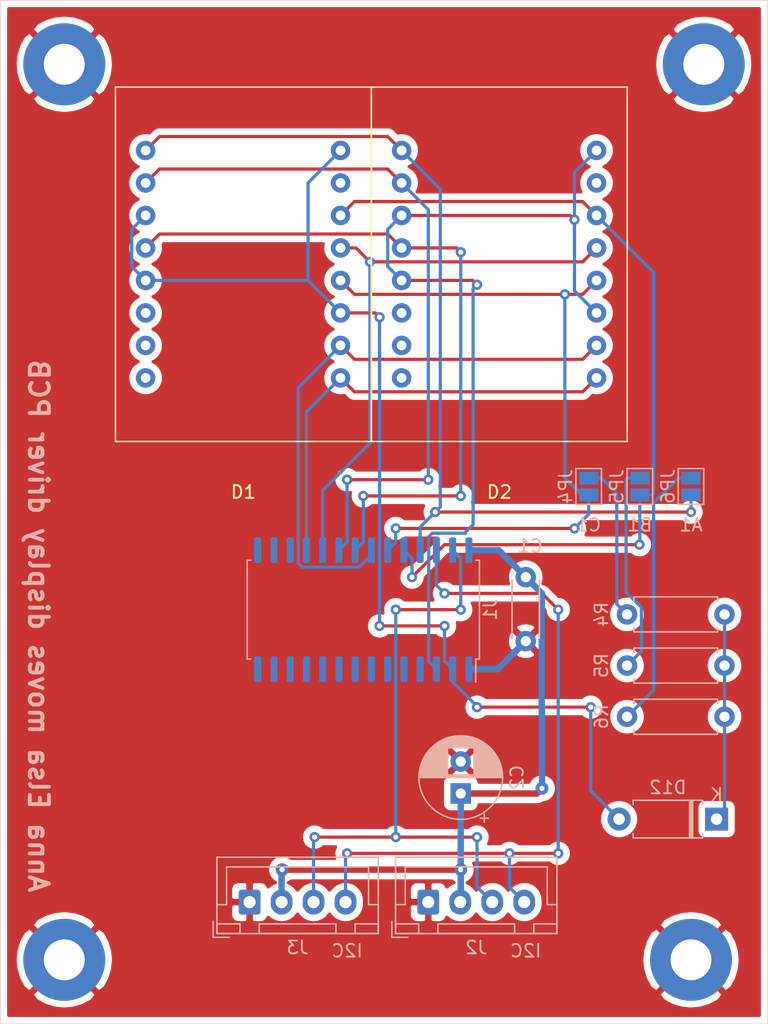
<source format=kicad_pcb>
(kicad_pcb (version 20171130) (host pcbnew 5.1.10-88a1d61d58~88~ubuntu20.04.1)

  (general
    (thickness 1.6)
    (drawings 5)
    (tracks 205)
    (zones 0)
    (modules 18)
    (nets 33)
  )

  (page A4)
  (layers
    (0 F.Cu signal)
    (31 B.Cu signal)
    (32 B.Adhes user)
    (33 F.Adhes user)
    (34 B.Paste user)
    (35 F.Paste user)
    (36 B.SilkS user)
    (37 F.SilkS user)
    (38 B.Mask user)
    (39 F.Mask user)
    (40 Dwgs.User user)
    (41 Cmts.User user)
    (42 Eco1.User user)
    (43 Eco2.User user)
    (44 Edge.Cuts user)
    (45 Margin user)
    (46 B.CrtYd user)
    (47 F.CrtYd user)
    (48 B.Fab user)
    (49 F.Fab user)
  )

  (setup
    (last_trace_width 0.25)
    (trace_clearance 0.2)
    (zone_clearance 0.508)
    (zone_45_only no)
    (trace_min 0.2)
    (via_size 0.8)
    (via_drill 0.4)
    (via_min_size 0.4)
    (via_min_drill 0.3)
    (uvia_size 0.3)
    (uvia_drill 0.1)
    (uvias_allowed no)
    (uvia_min_size 0.2)
    (uvia_min_drill 0.1)
    (edge_width 0.05)
    (segment_width 0.2)
    (pcb_text_width 0.3)
    (pcb_text_size 1.5 1.5)
    (mod_edge_width 0.12)
    (mod_text_size 1 1)
    (mod_text_width 0.15)
    (pad_size 1.524 1.524)
    (pad_drill 0.762)
    (pad_to_mask_clearance 0)
    (aux_axis_origin 0 0)
    (visible_elements FFFFFF7F)
    (pcbplotparams
      (layerselection 0x010fc_ffffffff)
      (usegerberextensions false)
      (usegerberattributes true)
      (usegerberadvancedattributes true)
      (creategerberjobfile true)
      (excludeedgelayer true)
      (linewidth 0.100000)
      (plotframeref false)
      (viasonmask false)
      (mode 1)
      (useauxorigin false)
      (hpglpennumber 1)
      (hpglpenspeed 20)
      (hpglpendiameter 15.000000)
      (psnegative false)
      (psa4output false)
      (plotreference true)
      (plotvalue true)
      (plotinvisibletext false)
      (padsonsilk false)
      (subtractmaskfromsilk false)
      (outputformat 1)
      (mirror false)
      (drillshape 0)
      (scaleselection 1)
      (outputdirectory "plots/"))
  )

  (net 0 "")
  (net 1 SCL)
  (net 2 SDA)
  (net 3 +5V)
  (net 4 GND)
  (net 5 /A_1)
  (net 6 /B_1)
  (net 7 /C_1)
  (net 8 /D_1)
  (net 9 /E_1)
  (net 10 /F_1)
  (net 11 /G_1)
  (net 12 /DP_1)
  (net 13 "Net-(J1-Pad9)")
  (net 14 "Net-(J1-Pad8)")
  (net 15 "Net-(J1-Pad7)")
  (net 16 /7_SEG_2)
  (net 17 /7_SEG_1)
  (net 18 "Net-(D12-Pad1)")
  (net 19 "Net-(J1-Pad17)")
  (net 20 "Net-(J1-Pad16)")
  (net 21 "Net-(J1-Pad15)")
  (net 22 "Net-(J1-Pad14)")
  (net 23 "Net-(J1-Pad13)")
  (net 24 "Net-(J1-Pad12)")
  (net 25 "Net-(J1-Pad11)")
  (net 26 "Net-(J1-Pad10)")
  (net 27 "Net-(JP4-Pad1)")
  (net 28 "Net-(JP5-Pad1)")
  (net 29 "Net-(JP6-Pad1)")
  (net 30 "Net-(J1-Pad6)")
  (net 31 "Net-(J1-Pad5)")
  (net 32 "Net-(J1-Pad4)")

  (net_class Default "This is the default net class."
    (clearance 0.2)
    (trace_width 0.25)
    (via_dia 0.8)
    (via_drill 0.4)
    (uvia_dia 0.3)
    (uvia_drill 0.1)
    (add_net /7_SEG_1)
    (add_net /7_SEG_2)
    (add_net /A_1)
    (add_net /B_1)
    (add_net /C_1)
    (add_net /DP_1)
    (add_net /D_1)
    (add_net /E_1)
    (add_net /F_1)
    (add_net /G_1)
    (add_net "Net-(D12-Pad1)")
    (add_net "Net-(J1-Pad10)")
    (add_net "Net-(J1-Pad11)")
    (add_net "Net-(J1-Pad12)")
    (add_net "Net-(J1-Pad13)")
    (add_net "Net-(J1-Pad14)")
    (add_net "Net-(J1-Pad15)")
    (add_net "Net-(J1-Pad16)")
    (add_net "Net-(J1-Pad17)")
    (add_net "Net-(J1-Pad4)")
    (add_net "Net-(J1-Pad5)")
    (add_net "Net-(J1-Pad6)")
    (add_net "Net-(J1-Pad7)")
    (add_net "Net-(J1-Pad8)")
    (add_net "Net-(J1-Pad9)")
    (add_net "Net-(JP4-Pad1)")
    (add_net "Net-(JP5-Pad1)")
    (add_net "Net-(JP6-Pad1)")
    (add_net SCL)
    (add_net SDA)
  )

  (net_class PWR ""
    (clearance 0.2)
    (trace_width 0.5)
    (via_dia 1)
    (via_drill 0.4)
    (uvia_dia 0.3)
    (uvia_drill 0.1)
    (add_net +5V)
    (add_net GND)
  )

  (module Resistor_THT:R_Axial_DIN0207_L6.3mm_D2.5mm_P7.62mm_Horizontal (layer B.Cu) (tedit 5AE5139B) (tstamp 609E070F)
    (at 140 96)
    (descr "Resistor, Axial_DIN0207 series, Axial, Horizontal, pin pitch=7.62mm, 0.25W = 1/4W, length*diameter=6.3*2.5mm^2, http://cdn-reichelt.de/documents/datenblatt/B400/1_4W%23YAG.pdf")
    (tags "Resistor Axial_DIN0207 series Axial Horizontal pin pitch 7.62mm 0.25W = 1/4W length 6.3mm diameter 2.5mm")
    (path /607A9508)
    (fp_text reference R6 (at -2 0 90) (layer B.SilkS)
      (effects (font (size 1 1) (thickness 0.15)) (justify mirror))
    )
    (fp_text value 10k (at 3.81 0) (layer B.Fab)
      (effects (font (size 1 1) (thickness 0.15)) (justify mirror))
    )
    (fp_line (start 0.66 1.25) (end 0.66 -1.25) (layer B.Fab) (width 0.1))
    (fp_line (start 0.66 -1.25) (end 6.96 -1.25) (layer B.Fab) (width 0.1))
    (fp_line (start 6.96 -1.25) (end 6.96 1.25) (layer B.Fab) (width 0.1))
    (fp_line (start 6.96 1.25) (end 0.66 1.25) (layer B.Fab) (width 0.1))
    (fp_line (start 0 0) (end 0.66 0) (layer B.Fab) (width 0.1))
    (fp_line (start 7.62 0) (end 6.96 0) (layer B.Fab) (width 0.1))
    (fp_line (start 0.54 1.04) (end 0.54 1.37) (layer B.SilkS) (width 0.12))
    (fp_line (start 0.54 1.37) (end 7.08 1.37) (layer B.SilkS) (width 0.12))
    (fp_line (start 7.08 1.37) (end 7.08 1.04) (layer B.SilkS) (width 0.12))
    (fp_line (start 0.54 -1.04) (end 0.54 -1.37) (layer B.SilkS) (width 0.12))
    (fp_line (start 0.54 -1.37) (end 7.08 -1.37) (layer B.SilkS) (width 0.12))
    (fp_line (start 7.08 -1.37) (end 7.08 -1.04) (layer B.SilkS) (width 0.12))
    (fp_line (start -1.05 1.5) (end -1.05 -1.5) (layer B.CrtYd) (width 0.05))
    (fp_line (start -1.05 -1.5) (end 8.67 -1.5) (layer B.CrtYd) (width 0.05))
    (fp_line (start 8.67 -1.5) (end 8.67 1.5) (layer B.CrtYd) (width 0.05))
    (fp_line (start 8.67 1.5) (end -1.05 1.5) (layer B.CrtYd) (width 0.05))
    (pad 2 thru_hole oval (at 7.62 0) (size 1.6 1.6) (drill 0.8) (layers *.Cu *.Mask)
      (net 18 "Net-(D12-Pad1)"))
    (pad 1 thru_hole circle (at 0 0) (size 1.6 1.6) (drill 0.8) (layers *.Cu *.Mask)
      (net 29 "Net-(JP6-Pad1)"))
    (model ${KISYS3DMOD}/Resistor_THT.3dshapes/R_Axial_DIN0207_L6.3mm_D2.5mm_P7.62mm_Horizontal.wrl
      (at (xyz 0 0 0))
      (scale (xyz 1 1 1))
      (rotate (xyz 0 0 0))
    )
  )

  (module Resistor_THT:R_Axial_DIN0207_L6.3mm_D2.5mm_P7.62mm_Horizontal (layer B.Cu) (tedit 5AE5139B) (tstamp 609E06F8)
    (at 140 92)
    (descr "Resistor, Axial_DIN0207 series, Axial, Horizontal, pin pitch=7.62mm, 0.25W = 1/4W, length*diameter=6.3*2.5mm^2, http://cdn-reichelt.de/documents/datenblatt/B400/1_4W%23YAG.pdf")
    (tags "Resistor Axial_DIN0207 series Axial Horizontal pin pitch 7.62mm 0.25W = 1/4W length 6.3mm diameter 2.5mm")
    (path /607A91B1)
    (fp_text reference R5 (at -2 0 270) (layer B.SilkS)
      (effects (font (size 1 1) (thickness 0.15)) (justify mirror))
    )
    (fp_text value 10k (at 3.81 0) (layer B.Fab)
      (effects (font (size 1 1) (thickness 0.15)) (justify mirror))
    )
    (fp_line (start 0.66 1.25) (end 0.66 -1.25) (layer B.Fab) (width 0.1))
    (fp_line (start 0.66 -1.25) (end 6.96 -1.25) (layer B.Fab) (width 0.1))
    (fp_line (start 6.96 -1.25) (end 6.96 1.25) (layer B.Fab) (width 0.1))
    (fp_line (start 6.96 1.25) (end 0.66 1.25) (layer B.Fab) (width 0.1))
    (fp_line (start 0 0) (end 0.66 0) (layer B.Fab) (width 0.1))
    (fp_line (start 7.62 0) (end 6.96 0) (layer B.Fab) (width 0.1))
    (fp_line (start 0.54 1.04) (end 0.54 1.37) (layer B.SilkS) (width 0.12))
    (fp_line (start 0.54 1.37) (end 7.08 1.37) (layer B.SilkS) (width 0.12))
    (fp_line (start 7.08 1.37) (end 7.08 1.04) (layer B.SilkS) (width 0.12))
    (fp_line (start 0.54 -1.04) (end 0.54 -1.37) (layer B.SilkS) (width 0.12))
    (fp_line (start 0.54 -1.37) (end 7.08 -1.37) (layer B.SilkS) (width 0.12))
    (fp_line (start 7.08 -1.37) (end 7.08 -1.04) (layer B.SilkS) (width 0.12))
    (fp_line (start -1.05 1.5) (end -1.05 -1.5) (layer B.CrtYd) (width 0.05))
    (fp_line (start -1.05 -1.5) (end 8.67 -1.5) (layer B.CrtYd) (width 0.05))
    (fp_line (start 8.67 -1.5) (end 8.67 1.5) (layer B.CrtYd) (width 0.05))
    (fp_line (start 8.67 1.5) (end -1.05 1.5) (layer B.CrtYd) (width 0.05))
    (pad 2 thru_hole oval (at 7.62 0) (size 1.6 1.6) (drill 0.8) (layers *.Cu *.Mask)
      (net 18 "Net-(D12-Pad1)"))
    (pad 1 thru_hole circle (at 0 0) (size 1.6 1.6) (drill 0.8) (layers *.Cu *.Mask)
      (net 28 "Net-(JP5-Pad1)"))
    (model ${KISYS3DMOD}/Resistor_THT.3dshapes/R_Axial_DIN0207_L6.3mm_D2.5mm_P7.62mm_Horizontal.wrl
      (at (xyz 0 0 0))
      (scale (xyz 1 1 1))
      (rotate (xyz 0 0 0))
    )
  )

  (module Resistor_THT:R_Axial_DIN0207_L6.3mm_D2.5mm_P7.62mm_Horizontal (layer B.Cu) (tedit 5AE5139B) (tstamp 609E06E1)
    (at 140 88)
    (descr "Resistor, Axial_DIN0207 series, Axial, Horizontal, pin pitch=7.62mm, 0.25W = 1/4W, length*diameter=6.3*2.5mm^2, http://cdn-reichelt.de/documents/datenblatt/B400/1_4W%23YAG.pdf")
    (tags "Resistor Axial_DIN0207 series Axial Horizontal pin pitch 7.62mm 0.25W = 1/4W length 6.3mm diameter 2.5mm")
    (path /607A8EC8)
    (fp_text reference R4 (at -2 0 90) (layer B.SilkS)
      (effects (font (size 1 1) (thickness 0.15)) (justify mirror))
    )
    (fp_text value 10k (at 4 0) (layer B.Fab)
      (effects (font (size 1 1) (thickness 0.15)) (justify mirror))
    )
    (fp_line (start 0.66 1.25) (end 0.66 -1.25) (layer B.Fab) (width 0.1))
    (fp_line (start 0.66 -1.25) (end 6.96 -1.25) (layer B.Fab) (width 0.1))
    (fp_line (start 6.96 -1.25) (end 6.96 1.25) (layer B.Fab) (width 0.1))
    (fp_line (start 6.96 1.25) (end 0.66 1.25) (layer B.Fab) (width 0.1))
    (fp_line (start 0 0) (end 0.66 0) (layer B.Fab) (width 0.1))
    (fp_line (start 7.62 0) (end 6.96 0) (layer B.Fab) (width 0.1))
    (fp_line (start 0.54 1.04) (end 0.54 1.37) (layer B.SilkS) (width 0.12))
    (fp_line (start 0.54 1.37) (end 7.08 1.37) (layer B.SilkS) (width 0.12))
    (fp_line (start 7.08 1.37) (end 7.08 1.04) (layer B.SilkS) (width 0.12))
    (fp_line (start 0.54 -1.04) (end 0.54 -1.37) (layer B.SilkS) (width 0.12))
    (fp_line (start 0.54 -1.37) (end 7.08 -1.37) (layer B.SilkS) (width 0.12))
    (fp_line (start 7.08 -1.37) (end 7.08 -1.04) (layer B.SilkS) (width 0.12))
    (fp_line (start -1.05 1.5) (end -1.05 -1.5) (layer B.CrtYd) (width 0.05))
    (fp_line (start -1.05 -1.5) (end 8.67 -1.5) (layer B.CrtYd) (width 0.05))
    (fp_line (start 8.67 -1.5) (end 8.67 1.5) (layer B.CrtYd) (width 0.05))
    (fp_line (start 8.67 1.5) (end -1.05 1.5) (layer B.CrtYd) (width 0.05))
    (pad 2 thru_hole oval (at 7.62 0) (size 1.6 1.6) (drill 0.8) (layers *.Cu *.Mask)
      (net 18 "Net-(D12-Pad1)"))
    (pad 1 thru_hole circle (at 0 0) (size 1.6 1.6) (drill 0.8) (layers *.Cu *.Mask)
      (net 27 "Net-(JP4-Pad1)"))
    (model ${KISYS3DMOD}/Resistor_THT.3dshapes/R_Axial_DIN0207_L6.3mm_D2.5mm_P7.62mm_Horizontal.wrl
      (at (xyz 0 0 0))
      (scale (xyz 1 1 1))
      (rotate (xyz 0 0 0))
    )
  )

  (module Jumper:SolderJumper-2_P1.3mm_Open_Pad1.0x1.5mm (layer B.Cu) (tedit 5A3EABFC) (tstamp 609E06CA)
    (at 145 78 270)
    (descr "SMD Solder Jumper, 1x1.5mm Pads, 0.3mm gap, open")
    (tags "solder jumper open")
    (path /608DB859)
    (attr virtual)
    (fp_text reference JP6 (at 0 1.8 90) (layer B.SilkS)
      (effects (font (size 1 1) (thickness 0.15)) (justify mirror))
    )
    (fp_text value A1 (at 3 0 180) (layer B.SilkS)
      (effects (font (size 1 1) (thickness 0.15)) (justify mirror))
    )
    (fp_line (start -1.4 -1) (end -1.4 1) (layer B.SilkS) (width 0.12))
    (fp_line (start 1.4 -1) (end -1.4 -1) (layer B.SilkS) (width 0.12))
    (fp_line (start 1.4 1) (end 1.4 -1) (layer B.SilkS) (width 0.12))
    (fp_line (start -1.4 1) (end 1.4 1) (layer B.SilkS) (width 0.12))
    (fp_line (start -1.65 1.25) (end 1.65 1.25) (layer B.CrtYd) (width 0.05))
    (fp_line (start -1.65 1.25) (end -1.65 -1.25) (layer B.CrtYd) (width 0.05))
    (fp_line (start 1.65 -1.25) (end 1.65 1.25) (layer B.CrtYd) (width 0.05))
    (fp_line (start 1.65 -1.25) (end -1.65 -1.25) (layer B.CrtYd) (width 0.05))
    (pad 1 smd rect (at -0.65 0 270) (size 1 1.5) (layers B.Cu B.Mask)
      (net 29 "Net-(JP6-Pad1)"))
    (pad 2 smd rect (at 0.65 0 270) (size 1 1.5) (layers B.Cu B.Mask)
      (net 5 /A_1))
  )

  (module Jumper:SolderJumper-2_P1.3mm_Open_Pad1.0x1.5mm (layer B.Cu) (tedit 5A3EABFC) (tstamp 609E06BC)
    (at 141 78 270)
    (descr "SMD Solder Jumper, 1x1.5mm Pads, 0.3mm gap, open")
    (tags "solder jumper open")
    (path /608DB60B)
    (attr virtual)
    (fp_text reference JP5 (at 0 1.8 270) (layer B.SilkS)
      (effects (font (size 1 1) (thickness 0.15)) (justify mirror))
    )
    (fp_text value B1 (at 3 0) (layer B.SilkS)
      (effects (font (size 1 1) (thickness 0.15)) (justify mirror))
    )
    (fp_line (start -1.4 -1) (end -1.4 1) (layer B.SilkS) (width 0.12))
    (fp_line (start 1.4 -1) (end -1.4 -1) (layer B.SilkS) (width 0.12))
    (fp_line (start 1.4 1) (end 1.4 -1) (layer B.SilkS) (width 0.12))
    (fp_line (start -1.4 1) (end 1.4 1) (layer B.SilkS) (width 0.12))
    (fp_line (start -1.65 1.25) (end 1.65 1.25) (layer B.CrtYd) (width 0.05))
    (fp_line (start -1.65 1.25) (end -1.65 -1.25) (layer B.CrtYd) (width 0.05))
    (fp_line (start 1.65 -1.25) (end 1.65 1.25) (layer B.CrtYd) (width 0.05))
    (fp_line (start 1.65 -1.25) (end -1.65 -1.25) (layer B.CrtYd) (width 0.05))
    (pad 1 smd rect (at -0.65 0 270) (size 1 1.5) (layers B.Cu B.Mask)
      (net 28 "Net-(JP5-Pad1)"))
    (pad 2 smd rect (at 0.65 0 270) (size 1 1.5) (layers B.Cu B.Mask)
      (net 6 /B_1))
  )

  (module Jumper:SolderJumper-2_P1.3mm_Open_Pad1.0x1.5mm (layer B.Cu) (tedit 5A3EABFC) (tstamp 609E06AE)
    (at 137 78 270)
    (descr "SMD Solder Jumper, 1x1.5mm Pads, 0.3mm gap, open")
    (tags "solder jumper open")
    (path /608DB313)
    (attr virtual)
    (fp_text reference JP4 (at 0 1.8 270) (layer B.SilkS)
      (effects (font (size 1 1) (thickness 0.15)) (justify mirror))
    )
    (fp_text value C1 (at 3 0) (layer B.SilkS)
      (effects (font (size 1 1) (thickness 0.15)) (justify mirror))
    )
    (fp_line (start -1.4 -1) (end -1.4 1) (layer B.SilkS) (width 0.12))
    (fp_line (start 1.4 -1) (end -1.4 -1) (layer B.SilkS) (width 0.12))
    (fp_line (start 1.4 1) (end 1.4 -1) (layer B.SilkS) (width 0.12))
    (fp_line (start -1.4 1) (end 1.4 1) (layer B.SilkS) (width 0.12))
    (fp_line (start -1.65 1.25) (end 1.65 1.25) (layer B.CrtYd) (width 0.05))
    (fp_line (start -1.65 1.25) (end -1.65 -1.25) (layer B.CrtYd) (width 0.05))
    (fp_line (start 1.65 -1.25) (end 1.65 1.25) (layer B.CrtYd) (width 0.05))
    (fp_line (start 1.65 -1.25) (end -1.65 -1.25) (layer B.CrtYd) (width 0.05))
    (pad 1 smd rect (at -0.65 0 270) (size 1 1.5) (layers B.Cu B.Mask)
      (net 27 "Net-(JP4-Pad1)"))
    (pad 2 smd rect (at 0.65 0 270) (size 1 1.5) (layers B.Cu B.Mask)
      (net 7 /C_1))
  )

  (module Connector_JST:JST_XH_B4B-XH-A_1x04_P2.50mm_Vertical (layer B.Cu) (tedit 5C28146C) (tstamp 609E06A0)
    (at 110.49 110.49)
    (descr "JST XH series connector, B4B-XH-A (http://www.jst-mfg.com/product/pdf/eng/eXH.pdf), generated with kicad-footprint-generator")
    (tags "connector JST XH vertical")
    (path /606754CA)
    (fp_text reference J3 (at 3.75 3.55) (layer B.SilkS)
      (effects (font (size 1 1) (thickness 0.15)) (justify mirror))
    )
    (fp_text value I2C (at 7.62 3.81) (layer B.SilkS)
      (effects (font (size 1 1) (thickness 0.15)) (justify mirror))
    )
    (fp_text user %R (at 3.75 -2.7) (layer B.Fab)
      (effects (font (size 1 1) (thickness 0.15)) (justify mirror))
    )
    (fp_line (start -2.45 2.35) (end -2.45 -3.4) (layer B.Fab) (width 0.1))
    (fp_line (start -2.45 -3.4) (end 9.95 -3.4) (layer B.Fab) (width 0.1))
    (fp_line (start 9.95 -3.4) (end 9.95 2.35) (layer B.Fab) (width 0.1))
    (fp_line (start 9.95 2.35) (end -2.45 2.35) (layer B.Fab) (width 0.1))
    (fp_line (start -2.56 2.46) (end -2.56 -3.51) (layer B.SilkS) (width 0.12))
    (fp_line (start -2.56 -3.51) (end 10.06 -3.51) (layer B.SilkS) (width 0.12))
    (fp_line (start 10.06 -3.51) (end 10.06 2.46) (layer B.SilkS) (width 0.12))
    (fp_line (start 10.06 2.46) (end -2.56 2.46) (layer B.SilkS) (width 0.12))
    (fp_line (start -2.95 2.85) (end -2.95 -3.9) (layer B.CrtYd) (width 0.05))
    (fp_line (start -2.95 -3.9) (end 10.45 -3.9) (layer B.CrtYd) (width 0.05))
    (fp_line (start 10.45 -3.9) (end 10.45 2.85) (layer B.CrtYd) (width 0.05))
    (fp_line (start 10.45 2.85) (end -2.95 2.85) (layer B.CrtYd) (width 0.05))
    (fp_line (start -0.625 2.35) (end 0 1.35) (layer B.Fab) (width 0.1))
    (fp_line (start 0 1.35) (end 0.625 2.35) (layer B.Fab) (width 0.1))
    (fp_line (start 0.75 2.45) (end 0.75 1.7) (layer B.SilkS) (width 0.12))
    (fp_line (start 0.75 1.7) (end 6.75 1.7) (layer B.SilkS) (width 0.12))
    (fp_line (start 6.75 1.7) (end 6.75 2.45) (layer B.SilkS) (width 0.12))
    (fp_line (start 6.75 2.45) (end 0.75 2.45) (layer B.SilkS) (width 0.12))
    (fp_line (start -2.55 2.45) (end -2.55 1.7) (layer B.SilkS) (width 0.12))
    (fp_line (start -2.55 1.7) (end -0.75 1.7) (layer B.SilkS) (width 0.12))
    (fp_line (start -0.75 1.7) (end -0.75 2.45) (layer B.SilkS) (width 0.12))
    (fp_line (start -0.75 2.45) (end -2.55 2.45) (layer B.SilkS) (width 0.12))
    (fp_line (start 8.25 2.45) (end 8.25 1.7) (layer B.SilkS) (width 0.12))
    (fp_line (start 8.25 1.7) (end 10.05 1.7) (layer B.SilkS) (width 0.12))
    (fp_line (start 10.05 1.7) (end 10.05 2.45) (layer B.SilkS) (width 0.12))
    (fp_line (start 10.05 2.45) (end 8.25 2.45) (layer B.SilkS) (width 0.12))
    (fp_line (start -2.55 0.2) (end -1.8 0.2) (layer B.SilkS) (width 0.12))
    (fp_line (start -1.8 0.2) (end -1.8 -2.75) (layer B.SilkS) (width 0.12))
    (fp_line (start -1.8 -2.75) (end 3.75 -2.75) (layer B.SilkS) (width 0.12))
    (fp_line (start 10.05 0.2) (end 9.3 0.2) (layer B.SilkS) (width 0.12))
    (fp_line (start 9.3 0.2) (end 9.3 -2.75) (layer B.SilkS) (width 0.12))
    (fp_line (start 9.3 -2.75) (end 3.75 -2.75) (layer B.SilkS) (width 0.12))
    (fp_line (start -1.6 2.75) (end -2.85 2.75) (layer B.SilkS) (width 0.12))
    (fp_line (start -2.85 2.75) (end -2.85 1.5) (layer B.SilkS) (width 0.12))
    (pad 4 thru_hole oval (at 7.5 0) (size 1.7 1.95) (drill 0.95) (layers *.Cu *.Mask)
      (net 1 SCL))
    (pad 3 thru_hole oval (at 5 0) (size 1.7 1.95) (drill 0.95) (layers *.Cu *.Mask)
      (net 2 SDA))
    (pad 2 thru_hole oval (at 2.5 0) (size 1.7 1.95) (drill 0.95) (layers *.Cu *.Mask)
      (net 3 +5V))
    (pad 1 thru_hole roundrect (at 0 0) (size 1.7 1.95) (drill 0.95) (layers *.Cu *.Mask) (roundrect_rratio 0.147059)
      (net 4 GND))
    (model ${KISYS3DMOD}/Connector_JST.3dshapes/JST_XH_B4B-XH-A_1x04_P2.50mm_Vertical.wrl
      (at (xyz 0 0 0))
      (scale (xyz 1 1 1))
      (rotate (xyz 0 0 0))
    )
  )

  (module Connector_JST:JST_XH_B4B-XH-A_1x04_P2.50mm_Vertical (layer B.Cu) (tedit 5C28146C) (tstamp 609E0675)
    (at 124.46 110.49)
    (descr "JST XH series connector, B4B-XH-A (http://www.jst-mfg.com/product/pdf/eng/eXH.pdf), generated with kicad-footprint-generator")
    (tags "connector JST XH vertical")
    (path /60674256)
    (fp_text reference J2 (at 3.75 3.55) (layer B.SilkS)
      (effects (font (size 1 1) (thickness 0.15)) (justify mirror))
    )
    (fp_text value I2C (at 7.62 3.81) (layer B.SilkS)
      (effects (font (size 1 1) (thickness 0.15)) (justify mirror))
    )
    (fp_text user %R (at 3.75 -2.7) (layer B.Fab)
      (effects (font (size 1 1) (thickness 0.15)) (justify mirror))
    )
    (fp_line (start -2.45 2.35) (end -2.45 -3.4) (layer B.Fab) (width 0.1))
    (fp_line (start -2.45 -3.4) (end 9.95 -3.4) (layer B.Fab) (width 0.1))
    (fp_line (start 9.95 -3.4) (end 9.95 2.35) (layer B.Fab) (width 0.1))
    (fp_line (start 9.95 2.35) (end -2.45 2.35) (layer B.Fab) (width 0.1))
    (fp_line (start -2.56 2.46) (end -2.56 -3.51) (layer B.SilkS) (width 0.12))
    (fp_line (start -2.56 -3.51) (end 10.06 -3.51) (layer B.SilkS) (width 0.12))
    (fp_line (start 10.06 -3.51) (end 10.06 2.46) (layer B.SilkS) (width 0.12))
    (fp_line (start 10.06 2.46) (end -2.56 2.46) (layer B.SilkS) (width 0.12))
    (fp_line (start -2.95 2.85) (end -2.95 -3.9) (layer B.CrtYd) (width 0.05))
    (fp_line (start -2.95 -3.9) (end 10.45 -3.9) (layer B.CrtYd) (width 0.05))
    (fp_line (start 10.45 -3.9) (end 10.45 2.85) (layer B.CrtYd) (width 0.05))
    (fp_line (start 10.45 2.85) (end -2.95 2.85) (layer B.CrtYd) (width 0.05))
    (fp_line (start -0.625 2.35) (end 0 1.35) (layer B.Fab) (width 0.1))
    (fp_line (start 0 1.35) (end 0.625 2.35) (layer B.Fab) (width 0.1))
    (fp_line (start 0.75 2.45) (end 0.75 1.7) (layer B.SilkS) (width 0.12))
    (fp_line (start 0.75 1.7) (end 6.75 1.7) (layer B.SilkS) (width 0.12))
    (fp_line (start 6.75 1.7) (end 6.75 2.45) (layer B.SilkS) (width 0.12))
    (fp_line (start 6.75 2.45) (end 0.75 2.45) (layer B.SilkS) (width 0.12))
    (fp_line (start -2.55 2.45) (end -2.55 1.7) (layer B.SilkS) (width 0.12))
    (fp_line (start -2.55 1.7) (end -0.75 1.7) (layer B.SilkS) (width 0.12))
    (fp_line (start -0.75 1.7) (end -0.75 2.45) (layer B.SilkS) (width 0.12))
    (fp_line (start -0.75 2.45) (end -2.55 2.45) (layer B.SilkS) (width 0.12))
    (fp_line (start 8.25 2.45) (end 8.25 1.7) (layer B.SilkS) (width 0.12))
    (fp_line (start 8.25 1.7) (end 10.05 1.7) (layer B.SilkS) (width 0.12))
    (fp_line (start 10.05 1.7) (end 10.05 2.45) (layer B.SilkS) (width 0.12))
    (fp_line (start 10.05 2.45) (end 8.25 2.45) (layer B.SilkS) (width 0.12))
    (fp_line (start -2.55 0.2) (end -1.8 0.2) (layer B.SilkS) (width 0.12))
    (fp_line (start -1.8 0.2) (end -1.8 -2.75) (layer B.SilkS) (width 0.12))
    (fp_line (start -1.8 -2.75) (end 3.75 -2.75) (layer B.SilkS) (width 0.12))
    (fp_line (start 10.05 0.2) (end 9.3 0.2) (layer B.SilkS) (width 0.12))
    (fp_line (start 9.3 0.2) (end 9.3 -2.75) (layer B.SilkS) (width 0.12))
    (fp_line (start 9.3 -2.75) (end 3.75 -2.75) (layer B.SilkS) (width 0.12))
    (fp_line (start -1.6 2.75) (end -2.85 2.75) (layer B.SilkS) (width 0.12))
    (fp_line (start -2.85 2.75) (end -2.85 1.5) (layer B.SilkS) (width 0.12))
    (pad 4 thru_hole oval (at 7.5 0) (size 1.7 1.95) (drill 0.95) (layers *.Cu *.Mask)
      (net 1 SCL))
    (pad 3 thru_hole oval (at 5 0) (size 1.7 1.95) (drill 0.95) (layers *.Cu *.Mask)
      (net 2 SDA))
    (pad 2 thru_hole oval (at 2.5 0) (size 1.7 1.95) (drill 0.95) (layers *.Cu *.Mask)
      (net 3 +5V))
    (pad 1 thru_hole roundrect (at 0 0) (size 1.7 1.95) (drill 0.95) (layers *.Cu *.Mask) (roundrect_rratio 0.147059)
      (net 4 GND))
    (model ${KISYS3DMOD}/Connector_JST.3dshapes/JST_XH_B4B-XH-A_1x04_P2.50mm_Vertical.wrl
      (at (xyz 0 0 0))
      (scale (xyz 1 1 1))
      (rotate (xyz 0 0 0))
    )
  )

  (module Package_SO:SOP-28_7.5x15.4mm_P1.27mm (layer B.Cu) (tedit 606D8C27) (tstamp 609E064A)
    (at 119.38 87.63 90)
    (descr "SOP, 24 Pin (http://www.issi.com/WW/pdf/31FL3218.pdf#page=14), generated with kicad-footprint-generator ipc_gullwing_generator.py")
    (tags "SOP SO")
    (path /606A30B6)
    (attr smd)
    (fp_text reference J1 (at 0 9.92 270) (layer B.SilkS)
      (effects (font (size 1 1) (thickness 0.15)) (justify mirror))
    )
    (fp_text value HT16K33_28 (at 2 -2) (layer B.Fab)
      (effects (font (size 1 1) (thickness 0.15)) (justify mirror))
    )
    (fp_text user %R (at 0 1.27 270) (layer B.Fab)
      (effects (font (size 1 1) (thickness 0.15)) (justify mirror))
    )
    (fp_line (start 3.7592 -8.97) (end 3.75 -8.97) (layer B.Fab) (width 0.12))
    (fp_line (start 3.7592 -6.4262) (end 3.7592 -8.97) (layer B.Fab) (width 0.1))
    (fp_line (start -3.7592 -8.9662) (end -3.683 -8.9662) (layer B.Fab) (width 0.1))
    (fp_line (start -3.7592 -6.4516) (end -3.7592 -8.9662) (layer B.Fab) (width 0.1))
    (fp_line (start -5.8674 -9.271) (end 5.9 -9.271) (layer B.CrtYd) (width 0.05))
    (fp_line (start 5.9 9.22) (end -5.9 9.22) (layer B.CrtYd) (width 0.05))
    (fp_line (start 5.9 -6.68) (end 5.9 9.22) (layer B.CrtYd) (width 0.05))
    (fp_line (start -5.9 9.22) (end -5.9 -6.68) (layer B.CrtYd) (width 0.05))
    (fp_line (start -3.75 7.97) (end -2.75 8.97) (layer B.Fab) (width 0.1))
    (fp_line (start -3.75 -6.43) (end -3.75 7.97) (layer B.Fab) (width 0.1))
    (fp_line (start 3.75 -8.97) (end -3.75 -8.97) (layer B.Fab) (width 0.1))
    (fp_line (start 3.75 8.97) (end 3.75 -6.43) (layer B.Fab) (width 0.1))
    (fp_line (start -2.75 8.97) (end 3.75 8.97) (layer B.Fab) (width 0.1))
    (fp_line (start -3.86 8.79) (end -5.65 8.79) (layer B.SilkS) (width 0.12))
    (fp_line (start -3.86 9.08) (end -3.86 8.79) (layer B.SilkS) (width 0.12))
    (fp_line (start 0 9.08) (end -3.86 9.08) (layer B.SilkS) (width 0.12))
    (fp_line (start 3.86 9.08) (end 3.86 8.79) (layer B.SilkS) (width 0.12))
    (fp_line (start 0 9.08) (end 3.86 9.08) (layer B.SilkS) (width 0.12))
    (fp_line (start -3.86 -9.08) (end -3.86 -8.79) (layer B.SilkS) (width 0.12))
    (fp_line (start 0 -9.08) (end -3.86 -9.08) (layer B.SilkS) (width 0.12))
    (fp_line (start 3.86 -9.08) (end 3.86 -8.79) (layer B.SilkS) (width 0.12))
    (fp_line (start 0 -9.08) (end 3.86 -9.08) (layer B.SilkS) (width 0.12))
    (fp_line (start -5.9 -6.68) (end -5.9 -9.271) (layer B.CrtYd) (width 0.05))
    (fp_line (start -5.9 -9.271) (end -5.8674 -9.271) (layer B.CrtYd) (width 0.05))
    (fp_line (start 5.9 -6.68) (end 5.9 -9.271) (layer B.CrtYd) (width 0.05))
    (pad 15 smd roundrect (at 4.65 -8.255 90) (size 2 0.55) (layers B.Cu B.Paste B.Mask) (roundrect_rratio 0.25)
      (net 21 "Net-(J1-Pad15)"))
    (pad 16 smd roundrect (at 4.65 -6.985 90) (size 2 0.55) (layers B.Cu B.Paste B.Mask) (roundrect_rratio 0.25)
      (net 20 "Net-(J1-Pad16)"))
    (pad 14 smd roundrect (at -4.65 -8.255 90) (size 2 0.55) (layers B.Cu B.Paste B.Mask) (roundrect_rratio 0.25)
      (net 22 "Net-(J1-Pad14)"))
    (pad 13 smd roundrect (at -4.65 -6.985 90) (size 2 0.55) (layers B.Cu B.Paste B.Mask) (roundrect_rratio 0.25)
      (net 23 "Net-(J1-Pad13)"))
    (pad 28 smd roundrect (at 4.65 8.255 90) (size 2 0.55) (layers B.Cu B.Paste B.Mask) (roundrect_rratio 0.25)
      (net 3 +5V))
    (pad 27 smd roundrect (at 4.65 6.985 90) (size 2 0.55) (layers B.Cu B.Paste B.Mask) (roundrect_rratio 0.25)
      (net 2 SDA))
    (pad 26 smd roundrect (at 4.65 5.715 90) (size 2 0.55) (layers B.Cu B.Paste B.Mask) (roundrect_rratio 0.25)
      (net 1 SCL))
    (pad 25 smd roundrect (at 4.65 4.445 90) (size 2 0.55) (layers B.Cu B.Paste B.Mask) (roundrect_rratio 0.25)
      (net 5 /A_1))
    (pad 24 smd roundrect (at 4.65 3.175 90) (size 2 0.55) (layers B.Cu B.Paste B.Mask) (roundrect_rratio 0.25)
      (net 6 /B_1))
    (pad 23 smd roundrect (at 4.65 1.905 90) (size 2 0.55) (layers B.Cu B.Paste B.Mask) (roundrect_rratio 0.25)
      (net 7 /C_1))
    (pad 22 smd roundrect (at 4.65 0.635 90) (size 2 0.55) (layers B.Cu B.Paste B.Mask) (roundrect_rratio 0.25)
      (net 8 /D_1))
    (pad 21 smd roundrect (at 4.65 -0.635 90) (size 2 0.55) (layers B.Cu B.Paste B.Mask) (roundrect_rratio 0.25)
      (net 9 /E_1))
    (pad 20 smd roundrect (at 4.65 -1.905 90) (size 2 0.55) (layers B.Cu B.Paste B.Mask) (roundrect_rratio 0.25)
      (net 10 /F_1))
    (pad 19 smd roundrect (at 4.65 -3.175 90) (size 2 0.55) (layers B.Cu B.Paste B.Mask) (roundrect_rratio 0.25)
      (net 11 /G_1))
    (pad 18 smd roundrect (at 4.65 -4.445 90) (size 2 0.55) (layers B.Cu B.Paste B.Mask) (roundrect_rratio 0.25)
      (net 12 /DP_1))
    (pad 17 smd roundrect (at 4.65 -5.715 90) (size 2 0.55) (layers B.Cu B.Paste B.Mask) (roundrect_rratio 0.25)
      (net 19 "Net-(J1-Pad17)"))
    (pad 12 smd roundrect (at -4.65 -5.715 90) (size 2 0.55) (layers B.Cu B.Paste B.Mask) (roundrect_rratio 0.25)
      (net 24 "Net-(J1-Pad12)"))
    (pad 11 smd roundrect (at -4.65 -4.445 90) (size 2 0.55) (layers B.Cu B.Paste B.Mask) (roundrect_rratio 0.25)
      (net 25 "Net-(J1-Pad11)"))
    (pad 10 smd roundrect (at -4.65 -3.175 90) (size 2 0.55) (layers B.Cu B.Paste B.Mask) (roundrect_rratio 0.25)
      (net 26 "Net-(J1-Pad10)"))
    (pad 9 smd roundrect (at -4.65 -1.905 90) (size 2 0.55) (layers B.Cu B.Paste B.Mask) (roundrect_rratio 0.25)
      (net 13 "Net-(J1-Pad9)"))
    (pad 8 smd roundrect (at -4.65 -0.635 90) (size 2 0.55) (layers B.Cu B.Paste B.Mask) (roundrect_rratio 0.25)
      (net 14 "Net-(J1-Pad8)"))
    (pad 7 smd roundrect (at -4.65 0.635 90) (size 2 0.55) (layers B.Cu B.Paste B.Mask) (roundrect_rratio 0.25)
      (net 15 "Net-(J1-Pad7)"))
    (pad 6 smd roundrect (at -4.65 1.905 90) (size 2 0.55) (layers B.Cu B.Paste B.Mask) (roundrect_rratio 0.25)
      (net 30 "Net-(J1-Pad6)"))
    (pad 5 smd roundrect (at -4.65 3.175 90) (size 2 0.55) (layers B.Cu B.Paste B.Mask) (roundrect_rratio 0.25)
      (net 31 "Net-(J1-Pad5)"))
    (pad 4 smd roundrect (at -4.65 4.445 90) (size 2 0.55) (layers B.Cu B.Paste B.Mask) (roundrect_rratio 0.25)
      (net 32 "Net-(J1-Pad4)"))
    (pad 3 smd roundrect (at -4.65 5.715 90) (size 2 0.55) (layers B.Cu B.Paste B.Mask) (roundrect_rratio 0.25)
      (net 16 /7_SEG_2))
    (pad 2 smd roundrect (at -4.65 6.985 90) (size 2 0.55) (layers B.Cu B.Paste B.Mask) (roundrect_rratio 0.25)
      (net 17 /7_SEG_1))
    (pad 1 smd roundrect (at -4.65 8.255 90) (size 2 0.55) (layers B.Cu B.Paste B.Mask) (roundrect_rratio 0.25)
      (net 4 GND))
    (model ${KICAD6_3DMODEL_DIR}/Package_SO.3dshapes/SOP-24_7.5x15.4mm_P1.27mm.wrl
      (at (xyz 0 0 0))
      (scale (xyz 1 1 1))
      (rotate (xyz 0 0 0))
    )
  )

  (module MountingHole:MountingHole_3.2mm_M3_Pad (layer F.Cu) (tedit 56D1B4CB) (tstamp 609E0610)
    (at 146 45)
    (descr "Mounting Hole 3.2mm, M3")
    (tags "mounting hole 3.2mm m3")
    (path /607076F2)
    (attr virtual)
    (fp_text reference H4 (at 0 -4.2) (layer F.SilkS) hide
      (effects (font (size 1 1) (thickness 0.15)))
    )
    (fp_text value MountingHole_Pad (at 0 4.2) (layer F.Fab) hide
      (effects (font (size 1 1) (thickness 0.15)))
    )
    (fp_text user %R (at 0.3 0) (layer F.Fab)
      (effects (font (size 1 1) (thickness 0.15)))
    )
    (fp_circle (center 0 0) (end 3.2 0) (layer Cmts.User) (width 0.15))
    (fp_circle (center 0 0) (end 3.45 0) (layer F.CrtYd) (width 0.05))
    (pad 1 thru_hole circle (at 0 0) (size 6.4 6.4) (drill 3.2) (layers *.Cu *.Mask)
      (net 4 GND))
  )

  (module MountingHole:MountingHole_3.2mm_M3_Pad (layer F.Cu) (tedit 56D1B4CB) (tstamp 609E0608)
    (at 96 115)
    (descr "Mounting Hole 3.2mm, M3")
    (tags "mounting hole 3.2mm m3")
    (path /60707435)
    (attr virtual)
    (fp_text reference H3 (at 0 -4.2) (layer F.SilkS) hide
      (effects (font (size 1 1) (thickness 0.15)))
    )
    (fp_text value MountingHole_Pad (at 0 4.2) (layer F.Fab) hide
      (effects (font (size 1 1) (thickness 0.15)))
    )
    (fp_text user %R (at 0.3 0) (layer F.Fab)
      (effects (font (size 1 1) (thickness 0.15)))
    )
    (fp_circle (center 0 0) (end 3.2 0) (layer Cmts.User) (width 0.15))
    (fp_circle (center 0 0) (end 3.45 0) (layer F.CrtYd) (width 0.05))
    (pad 1 thru_hole circle (at 0 0) (size 6.4 6.4) (drill 3.2) (layers *.Cu *.Mask)
      (net 4 GND))
  )

  (module MountingHole:MountingHole_3.2mm_M3_Pad (layer F.Cu) (tedit 56D1B4CB) (tstamp 609E0600)
    (at 145 115)
    (descr "Mounting Hole 3.2mm, M3")
    (tags "mounting hole 3.2mm m3")
    (path /6070721A)
    (attr virtual)
    (fp_text reference H2 (at 0 -4.2) (layer F.SilkS) hide
      (effects (font (size 1 1) (thickness 0.15)))
    )
    (fp_text value MountingHole_Pad (at 0 4.2) (layer F.Fab) hide
      (effects (font (size 1 1) (thickness 0.15)))
    )
    (fp_text user %R (at 0.3 0) (layer F.Fab)
      (effects (font (size 1 1) (thickness 0.15)))
    )
    (fp_circle (center 0 0) (end 3.2 0) (layer Cmts.User) (width 0.15))
    (fp_circle (center 0 0) (end 3.45 0) (layer F.CrtYd) (width 0.05))
    (pad 1 thru_hole circle (at 0 0) (size 6.4 6.4) (drill 3.2) (layers *.Cu *.Mask)
      (net 4 GND))
  )

  (module MountingHole:MountingHole_3.2mm_M3_Pad (layer F.Cu) (tedit 56D1B4CB) (tstamp 609E05F8)
    (at 96 45)
    (descr "Mounting Hole 3.2mm, M3")
    (tags "mounting hole 3.2mm m3")
    (path /60706FC8)
    (attr virtual)
    (fp_text reference H1 (at 0 -4.2) (layer F.SilkS) hide
      (effects (font (size 1 1) (thickness 0.15)))
    )
    (fp_text value MountingHole_Pad (at 0 4.2) (layer F.Fab) hide
      (effects (font (size 1 1) (thickness 0.15)))
    )
    (fp_text user %R (at 0.3 0) (layer F.Fab)
      (effects (font (size 1 1) (thickness 0.15)))
    )
    (fp_circle (center 0 0) (end 3.2 0) (layer Cmts.User) (width 0.15))
    (fp_circle (center 0 0) (end 3.45 0) (layer F.CrtYd) (width 0.05))
    (pad 1 thru_hole circle (at 0 0) (size 6.4 6.4) (drill 3.2) (layers *.Cu *.Mask)
      (net 4 GND))
  )

  (module Diode_THT:D_A-405_P7.62mm_Horizontal (layer B.Cu) (tedit 5AE50CD5) (tstamp 609E05F0)
    (at 147 104 180)
    (descr "Diode, A-405 series, Axial, Horizontal, pin pitch=7.62mm, , length*diameter=5.2*2.7mm^2, , http://www.diodes.com/_files/packages/A-405.pdf")
    (tags "Diode A-405 series Axial Horizontal pin pitch 7.62mm  length 5.2mm diameter 2.7mm")
    (path /6079B0FD)
    (fp_text reference D12 (at 3.81 2.47) (layer B.SilkS)
      (effects (font (size 1 1) (thickness 0.15)) (justify mirror))
    )
    (fp_text value 1N4148W (at 3.81 -2.47) (layer B.Fab)
      (effects (font (size 1 1) (thickness 0.15)) (justify mirror))
    )
    (fp_text user K (at 0 1.9) (layer B.SilkS)
      (effects (font (size 1 1) (thickness 0.15)) (justify mirror))
    )
    (fp_text user K (at 0 1.9) (layer B.Fab)
      (effects (font (size 1 1) (thickness 0.15)) (justify mirror))
    )
    (fp_text user %R (at 4.2 0) (layer B.Fab)
      (effects (font (size 1 1) (thickness 0.15)) (justify mirror))
    )
    (fp_line (start 1.21 1.35) (end 1.21 -1.35) (layer B.Fab) (width 0.1))
    (fp_line (start 1.21 -1.35) (end 6.41 -1.35) (layer B.Fab) (width 0.1))
    (fp_line (start 6.41 -1.35) (end 6.41 1.35) (layer B.Fab) (width 0.1))
    (fp_line (start 6.41 1.35) (end 1.21 1.35) (layer B.Fab) (width 0.1))
    (fp_line (start 0 0) (end 1.21 0) (layer B.Fab) (width 0.1))
    (fp_line (start 7.62 0) (end 6.41 0) (layer B.Fab) (width 0.1))
    (fp_line (start 1.99 1.35) (end 1.99 -1.35) (layer B.Fab) (width 0.1))
    (fp_line (start 2.09 1.35) (end 2.09 -1.35) (layer B.Fab) (width 0.1))
    (fp_line (start 1.89 1.35) (end 1.89 -1.35) (layer B.Fab) (width 0.1))
    (fp_line (start 1.09 1.14) (end 1.09 1.47) (layer B.SilkS) (width 0.12))
    (fp_line (start 1.09 1.47) (end 6.53 1.47) (layer B.SilkS) (width 0.12))
    (fp_line (start 6.53 1.47) (end 6.53 1.14) (layer B.SilkS) (width 0.12))
    (fp_line (start 1.09 -1.14) (end 1.09 -1.47) (layer B.SilkS) (width 0.12))
    (fp_line (start 1.09 -1.47) (end 6.53 -1.47) (layer B.SilkS) (width 0.12))
    (fp_line (start 6.53 -1.47) (end 6.53 -1.14) (layer B.SilkS) (width 0.12))
    (fp_line (start 1.99 1.47) (end 1.99 -1.47) (layer B.SilkS) (width 0.12))
    (fp_line (start 2.11 1.47) (end 2.11 -1.47) (layer B.SilkS) (width 0.12))
    (fp_line (start 1.87 1.47) (end 1.87 -1.47) (layer B.SilkS) (width 0.12))
    (fp_line (start -1.15 1.6) (end -1.15 -1.6) (layer B.CrtYd) (width 0.05))
    (fp_line (start -1.15 -1.6) (end 8.77 -1.6) (layer B.CrtYd) (width 0.05))
    (fp_line (start 8.77 -1.6) (end 8.77 1.6) (layer B.CrtYd) (width 0.05))
    (fp_line (start 8.77 1.6) (end -1.15 1.6) (layer B.CrtYd) (width 0.05))
    (pad 2 thru_hole oval (at 7.62 0 180) (size 1.8 1.8) (drill 0.9) (layers *.Cu *.Mask)
      (net 17 /7_SEG_1))
    (pad 1 thru_hole rect (at 0 0 180) (size 1.8 1.8) (drill 0.9) (layers *.Cu *.Mask)
      (net 18 "Net-(D12-Pad1)"))
    (model ${KISYS3DMOD}/Diode_THT.3dshapes/D_A-405_P7.62mm_Horizontal.wrl
      (at (xyz 0 0 0))
      (scale (xyz 1 1 1))
      (rotate (xyz 0 0 0))
    )
  )

  (module Kingbright:DIP14_KINGBRIGHT_SX08 (layer F.Cu) (tedit 609D664B) (tstamp 609E05D1)
    (at 130.015 60.635)
    (path /60691CB7)
    (fp_text reference D2 (at 0 17.8) (layer F.SilkS)
      (effects (font (size 1 1) (thickness 0.15)))
    )
    (fp_text value SC56* (at 0.1 -15.1) (layer F.Fab)
      (effects (font (size 1 1) (thickness 0.15)))
    )
    (fp_line (start -10 -13.85) (end 10 -13.85) (layer F.SilkS) (width 0.12))
    (fp_line (start 10 -13.85) (end 10 13.85) (layer F.SilkS) (width 0.12))
    (fp_line (start 10 13.85) (end -10 13.85) (layer F.SilkS) (width 0.12))
    (fp_line (start -10 13.85) (end -10 -13.85) (layer F.SilkS) (width 0.12))
    (pad 16 thru_hole circle (at 7.6 -8.9) (size 1.524 1.524) (drill 0.762) (layers *.Cu *.Mask)
      (net 16 /7_SEG_2))
    (pad 15 thru_hole circle (at 7.6 -6.36) (size 1.524 1.524) (drill 0.762) (layers *.Cu *.Mask))
    (pad 14 thru_hole circle (at 7.6 -3.82) (size 1.524 1.524) (drill 0.762) (layers *.Cu *.Mask)
      (net 6 /B_1))
    (pad 13 thru_hole circle (at 7.6 -1.28) (size 1.524 1.524) (drill 0.762) (layers *.Cu *.Mask)
      (net 11 /G_1))
    (pad 12 thru_hole circle (at 7.6 1.26) (size 1.524 1.524) (drill 0.762) (layers *.Cu *.Mask)
      (net 7 /C_1))
    (pad 11 thru_hole circle (at 7.6 3.8) (size 1.524 1.524) (drill 0.762) (layers *.Cu *.Mask)
      (net 16 /7_SEG_2))
    (pad 10 thru_hole circle (at 7.6 6.34) (size 1.524 1.524) (drill 0.762) (layers *.Cu *.Mask)
      (net 8 /D_1))
    (pad 9 thru_hole circle (at 7.6 8.88) (size 1.524 1.524) (drill 0.762) (layers *.Cu *.Mask)
      (net 12 /DP_1))
    (pad 8 thru_hole circle (at -7.64 8.88) (size 1.524 1.524) (drill 0.762) (layers *.Cu *.Mask))
    (pad 7 thru_hole circle (at -7.64 6.34) (size 1.524 1.524) (drill 0.762) (layers *.Cu *.Mask))
    (pad 6 thru_hole circle (at -7.64 3.8) (size 1.524 1.524) (drill 0.762) (layers *.Cu *.Mask))
    (pad 5 thru_hole circle (at -7.64 1.26) (size 1.524 1.524) (drill 0.762) (layers *.Cu *.Mask)
      (net 16 /7_SEG_2))
    (pad 4 thru_hole circle (at -7.64 -1.28) (size 1.524 1.524) (drill 0.762) (layers *.Cu *.Mask)
      (net 9 /E_1))
    (pad 3 thru_hole circle (at -7.64 -3.82) (size 1.524 1.524) (drill 0.762) (layers *.Cu *.Mask)
      (net 16 /7_SEG_2))
    (pad 2 thru_hole circle (at -7.64 -6.36) (size 1.524 1.524) (drill 0.762) (layers *.Cu *.Mask)
      (net 10 /F_1))
    (pad 1 thru_hole circle (at -7.64 -8.9) (size 1.524 1.524) (drill 0.762) (layers *.Cu *.Mask)
      (net 5 /A_1))
  )

  (module Kingbright:DIP14_KINGBRIGHT_SX08 (layer F.Cu) (tedit 609D664B) (tstamp 609E05B9)
    (at 110 60.635)
    (path /60690854)
    (fp_text reference D1 (at 0 17.8) (layer F.SilkS)
      (effects (font (size 1 1) (thickness 0.15)))
    )
    (fp_text value SC56* (at 0.1 -15.1) (layer F.Fab)
      (effects (font (size 1 1) (thickness 0.15)))
    )
    (fp_line (start -10 -13.85) (end 10 -13.85) (layer F.SilkS) (width 0.12))
    (fp_line (start 10 -13.85) (end 10 13.85) (layer F.SilkS) (width 0.12))
    (fp_line (start 10 13.85) (end -10 13.85) (layer F.SilkS) (width 0.12))
    (fp_line (start -10 13.85) (end -10 -13.85) (layer F.SilkS) (width 0.12))
    (pad 16 thru_hole circle (at 7.6 -8.9) (size 1.524 1.524) (drill 0.762) (layers *.Cu *.Mask)
      (net 17 /7_SEG_1))
    (pad 15 thru_hole circle (at 7.6 -6.36) (size 1.524 1.524) (drill 0.762) (layers *.Cu *.Mask))
    (pad 14 thru_hole circle (at 7.6 -3.82) (size 1.524 1.524) (drill 0.762) (layers *.Cu *.Mask)
      (net 6 /B_1))
    (pad 13 thru_hole circle (at 7.6 -1.28) (size 1.524 1.524) (drill 0.762) (layers *.Cu *.Mask)
      (net 11 /G_1))
    (pad 12 thru_hole circle (at 7.6 1.26) (size 1.524 1.524) (drill 0.762) (layers *.Cu *.Mask)
      (net 7 /C_1))
    (pad 11 thru_hole circle (at 7.6 3.8) (size 1.524 1.524) (drill 0.762) (layers *.Cu *.Mask)
      (net 17 /7_SEG_1))
    (pad 10 thru_hole circle (at 7.6 6.34) (size 1.524 1.524) (drill 0.762) (layers *.Cu *.Mask)
      (net 8 /D_1))
    (pad 9 thru_hole circle (at 7.6 8.88) (size 1.524 1.524) (drill 0.762) (layers *.Cu *.Mask)
      (net 12 /DP_1))
    (pad 8 thru_hole circle (at -7.64 8.88) (size 1.524 1.524) (drill 0.762) (layers *.Cu *.Mask))
    (pad 7 thru_hole circle (at -7.64 6.34) (size 1.524 1.524) (drill 0.762) (layers *.Cu *.Mask))
    (pad 6 thru_hole circle (at -7.64 3.8) (size 1.524 1.524) (drill 0.762) (layers *.Cu *.Mask))
    (pad 5 thru_hole circle (at -7.64 1.26) (size 1.524 1.524) (drill 0.762) (layers *.Cu *.Mask)
      (net 17 /7_SEG_1))
    (pad 4 thru_hole circle (at -7.64 -1.28) (size 1.524 1.524) (drill 0.762) (layers *.Cu *.Mask)
      (net 9 /E_1))
    (pad 3 thru_hole circle (at -7.64 -3.82) (size 1.524 1.524) (drill 0.762) (layers *.Cu *.Mask)
      (net 17 /7_SEG_1))
    (pad 2 thru_hole circle (at -7.64 -6.36) (size 1.524 1.524) (drill 0.762) (layers *.Cu *.Mask)
      (net 10 /F_1))
    (pad 1 thru_hole circle (at -7.64 -8.9) (size 1.524 1.524) (drill 0.762) (layers *.Cu *.Mask)
      (net 5 /A_1))
  )

  (module Capacitor_THT:CP_Radial_D6.3mm_P2.50mm (layer B.Cu) (tedit 5AE50EF0) (tstamp 609E05A1)
    (at 127 102 90)
    (descr "CP, Radial series, Radial, pin pitch=2.50mm, , diameter=6.3mm, Electrolytic Capacitor")
    (tags "CP Radial series Radial pin pitch 2.50mm  diameter 6.3mm Electrolytic Capacitor")
    (path /608479AB)
    (fp_text reference C2 (at 1.25 4.4 270) (layer B.SilkS)
      (effects (font (size 1 1) (thickness 0.15)) (justify mirror))
    )
    (fp_text value 10µF (at 1.25 -4.4 270) (layer B.Fab)
      (effects (font (size 1 1) (thickness 0.15)) (justify mirror))
    )
    (fp_text user %R (at 1.25 0 270) (layer B.Fab)
      (effects (font (size 1 1) (thickness 0.15)) (justify mirror))
    )
    (fp_circle (center 1.25 0) (end 4.4 0) (layer B.Fab) (width 0.1))
    (fp_circle (center 1.25 0) (end 4.52 0) (layer B.SilkS) (width 0.12))
    (fp_circle (center 1.25 0) (end 4.65 0) (layer B.CrtYd) (width 0.05))
    (fp_line (start -1.443972 1.3735) (end -0.813972 1.3735) (layer B.Fab) (width 0.1))
    (fp_line (start -1.128972 1.6885) (end -1.128972 1.0585) (layer B.Fab) (width 0.1))
    (fp_line (start 1.25 3.23) (end 1.25 -3.23) (layer B.SilkS) (width 0.12))
    (fp_line (start 1.29 3.23) (end 1.29 -3.23) (layer B.SilkS) (width 0.12))
    (fp_line (start 1.33 3.23) (end 1.33 -3.23) (layer B.SilkS) (width 0.12))
    (fp_line (start 1.37 3.228) (end 1.37 -3.228) (layer B.SilkS) (width 0.12))
    (fp_line (start 1.41 3.227) (end 1.41 -3.227) (layer B.SilkS) (width 0.12))
    (fp_line (start 1.45 3.224) (end 1.45 -3.224) (layer B.SilkS) (width 0.12))
    (fp_line (start 1.49 3.222) (end 1.49 1.04) (layer B.SilkS) (width 0.12))
    (fp_line (start 1.49 -1.04) (end 1.49 -3.222) (layer B.SilkS) (width 0.12))
    (fp_line (start 1.53 3.218) (end 1.53 1.04) (layer B.SilkS) (width 0.12))
    (fp_line (start 1.53 -1.04) (end 1.53 -3.218) (layer B.SilkS) (width 0.12))
    (fp_line (start 1.57 3.215) (end 1.57 1.04) (layer B.SilkS) (width 0.12))
    (fp_line (start 1.57 -1.04) (end 1.57 -3.215) (layer B.SilkS) (width 0.12))
    (fp_line (start 1.61 3.211) (end 1.61 1.04) (layer B.SilkS) (width 0.12))
    (fp_line (start 1.61 -1.04) (end 1.61 -3.211) (layer B.SilkS) (width 0.12))
    (fp_line (start 1.65 3.206) (end 1.65 1.04) (layer B.SilkS) (width 0.12))
    (fp_line (start 1.65 -1.04) (end 1.65 -3.206) (layer B.SilkS) (width 0.12))
    (fp_line (start 1.69 3.201) (end 1.69 1.04) (layer B.SilkS) (width 0.12))
    (fp_line (start 1.69 -1.04) (end 1.69 -3.201) (layer B.SilkS) (width 0.12))
    (fp_line (start 1.73 3.195) (end 1.73 1.04) (layer B.SilkS) (width 0.12))
    (fp_line (start 1.73 -1.04) (end 1.73 -3.195) (layer B.SilkS) (width 0.12))
    (fp_line (start 1.77 3.189) (end 1.77 1.04) (layer B.SilkS) (width 0.12))
    (fp_line (start 1.77 -1.04) (end 1.77 -3.189) (layer B.SilkS) (width 0.12))
    (fp_line (start 1.81 3.182) (end 1.81 1.04) (layer B.SilkS) (width 0.12))
    (fp_line (start 1.81 -1.04) (end 1.81 -3.182) (layer B.SilkS) (width 0.12))
    (fp_line (start 1.85 3.175) (end 1.85 1.04) (layer B.SilkS) (width 0.12))
    (fp_line (start 1.85 -1.04) (end 1.85 -3.175) (layer B.SilkS) (width 0.12))
    (fp_line (start 1.89 3.167) (end 1.89 1.04) (layer B.SilkS) (width 0.12))
    (fp_line (start 1.89 -1.04) (end 1.89 -3.167) (layer B.SilkS) (width 0.12))
    (fp_line (start 1.93 3.159) (end 1.93 1.04) (layer B.SilkS) (width 0.12))
    (fp_line (start 1.93 -1.04) (end 1.93 -3.159) (layer B.SilkS) (width 0.12))
    (fp_line (start 1.971 3.15) (end 1.971 1.04) (layer B.SilkS) (width 0.12))
    (fp_line (start 1.971 -1.04) (end 1.971 -3.15) (layer B.SilkS) (width 0.12))
    (fp_line (start 2.011 3.141) (end 2.011 1.04) (layer B.SilkS) (width 0.12))
    (fp_line (start 2.011 -1.04) (end 2.011 -3.141) (layer B.SilkS) (width 0.12))
    (fp_line (start 2.051 3.131) (end 2.051 1.04) (layer B.SilkS) (width 0.12))
    (fp_line (start 2.051 -1.04) (end 2.051 -3.131) (layer B.SilkS) (width 0.12))
    (fp_line (start 2.091 3.121) (end 2.091 1.04) (layer B.SilkS) (width 0.12))
    (fp_line (start 2.091 -1.04) (end 2.091 -3.121) (layer B.SilkS) (width 0.12))
    (fp_line (start 2.131 3.11) (end 2.131 1.04) (layer B.SilkS) (width 0.12))
    (fp_line (start 2.131 -1.04) (end 2.131 -3.11) (layer B.SilkS) (width 0.12))
    (fp_line (start 2.171 3.098) (end 2.171 1.04) (layer B.SilkS) (width 0.12))
    (fp_line (start 2.171 -1.04) (end 2.171 -3.098) (layer B.SilkS) (width 0.12))
    (fp_line (start 2.211 3.086) (end 2.211 1.04) (layer B.SilkS) (width 0.12))
    (fp_line (start 2.211 -1.04) (end 2.211 -3.086) (layer B.SilkS) (width 0.12))
    (fp_line (start 2.251 3.074) (end 2.251 1.04) (layer B.SilkS) (width 0.12))
    (fp_line (start 2.251 -1.04) (end 2.251 -3.074) (layer B.SilkS) (width 0.12))
    (fp_line (start 2.291 3.061) (end 2.291 1.04) (layer B.SilkS) (width 0.12))
    (fp_line (start 2.291 -1.04) (end 2.291 -3.061) (layer B.SilkS) (width 0.12))
    (fp_line (start 2.331 3.047) (end 2.331 1.04) (layer B.SilkS) (width 0.12))
    (fp_line (start 2.331 -1.04) (end 2.331 -3.047) (layer B.SilkS) (width 0.12))
    (fp_line (start 2.371 3.033) (end 2.371 1.04) (layer B.SilkS) (width 0.12))
    (fp_line (start 2.371 -1.04) (end 2.371 -3.033) (layer B.SilkS) (width 0.12))
    (fp_line (start 2.411 3.018) (end 2.411 1.04) (layer B.SilkS) (width 0.12))
    (fp_line (start 2.411 -1.04) (end 2.411 -3.018) (layer B.SilkS) (width 0.12))
    (fp_line (start 2.451 3.002) (end 2.451 1.04) (layer B.SilkS) (width 0.12))
    (fp_line (start 2.451 -1.04) (end 2.451 -3.002) (layer B.SilkS) (width 0.12))
    (fp_line (start 2.491 2.986) (end 2.491 1.04) (layer B.SilkS) (width 0.12))
    (fp_line (start 2.491 -1.04) (end 2.491 -2.986) (layer B.SilkS) (width 0.12))
    (fp_line (start 2.531 2.97) (end 2.531 1.04) (layer B.SilkS) (width 0.12))
    (fp_line (start 2.531 -1.04) (end 2.531 -2.97) (layer B.SilkS) (width 0.12))
    (fp_line (start 2.571 2.952) (end 2.571 1.04) (layer B.SilkS) (width 0.12))
    (fp_line (start 2.571 -1.04) (end 2.571 -2.952) (layer B.SilkS) (width 0.12))
    (fp_line (start 2.611 2.934) (end 2.611 1.04) (layer B.SilkS) (width 0.12))
    (fp_line (start 2.611 -1.04) (end 2.611 -2.934) (layer B.SilkS) (width 0.12))
    (fp_line (start 2.651 2.916) (end 2.651 1.04) (layer B.SilkS) (width 0.12))
    (fp_line (start 2.651 -1.04) (end 2.651 -2.916) (layer B.SilkS) (width 0.12))
    (fp_line (start 2.691 2.896) (end 2.691 1.04) (layer B.SilkS) (width 0.12))
    (fp_line (start 2.691 -1.04) (end 2.691 -2.896) (layer B.SilkS) (width 0.12))
    (fp_line (start 2.731 2.876) (end 2.731 1.04) (layer B.SilkS) (width 0.12))
    (fp_line (start 2.731 -1.04) (end 2.731 -2.876) (layer B.SilkS) (width 0.12))
    (fp_line (start 2.771 2.856) (end 2.771 1.04) (layer B.SilkS) (width 0.12))
    (fp_line (start 2.771 -1.04) (end 2.771 -2.856) (layer B.SilkS) (width 0.12))
    (fp_line (start 2.811 2.834) (end 2.811 1.04) (layer B.SilkS) (width 0.12))
    (fp_line (start 2.811 -1.04) (end 2.811 -2.834) (layer B.SilkS) (width 0.12))
    (fp_line (start 2.851 2.812) (end 2.851 1.04) (layer B.SilkS) (width 0.12))
    (fp_line (start 2.851 -1.04) (end 2.851 -2.812) (layer B.SilkS) (width 0.12))
    (fp_line (start 2.891 2.79) (end 2.891 1.04) (layer B.SilkS) (width 0.12))
    (fp_line (start 2.891 -1.04) (end 2.891 -2.79) (layer B.SilkS) (width 0.12))
    (fp_line (start 2.931 2.766) (end 2.931 1.04) (layer B.SilkS) (width 0.12))
    (fp_line (start 2.931 -1.04) (end 2.931 -2.766) (layer B.SilkS) (width 0.12))
    (fp_line (start 2.971 2.742) (end 2.971 1.04) (layer B.SilkS) (width 0.12))
    (fp_line (start 2.971 -1.04) (end 2.971 -2.742) (layer B.SilkS) (width 0.12))
    (fp_line (start 3.011 2.716) (end 3.011 1.04) (layer B.SilkS) (width 0.12))
    (fp_line (start 3.011 -1.04) (end 3.011 -2.716) (layer B.SilkS) (width 0.12))
    (fp_line (start 3.051 2.69) (end 3.051 1.04) (layer B.SilkS) (width 0.12))
    (fp_line (start 3.051 -1.04) (end 3.051 -2.69) (layer B.SilkS) (width 0.12))
    (fp_line (start 3.091 2.664) (end 3.091 1.04) (layer B.SilkS) (width 0.12))
    (fp_line (start 3.091 -1.04) (end 3.091 -2.664) (layer B.SilkS) (width 0.12))
    (fp_line (start 3.131 2.636) (end 3.131 1.04) (layer B.SilkS) (width 0.12))
    (fp_line (start 3.131 -1.04) (end 3.131 -2.636) (layer B.SilkS) (width 0.12))
    (fp_line (start 3.171 2.607) (end 3.171 1.04) (layer B.SilkS) (width 0.12))
    (fp_line (start 3.171 -1.04) (end 3.171 -2.607) (layer B.SilkS) (width 0.12))
    (fp_line (start 3.211 2.578) (end 3.211 1.04) (layer B.SilkS) (width 0.12))
    (fp_line (start 3.211 -1.04) (end 3.211 -2.578) (layer B.SilkS) (width 0.12))
    (fp_line (start 3.251 2.548) (end 3.251 1.04) (layer B.SilkS) (width 0.12))
    (fp_line (start 3.251 -1.04) (end 3.251 -2.548) (layer B.SilkS) (width 0.12))
    (fp_line (start 3.291 2.516) (end 3.291 1.04) (layer B.SilkS) (width 0.12))
    (fp_line (start 3.291 -1.04) (end 3.291 -2.516) (layer B.SilkS) (width 0.12))
    (fp_line (start 3.331 2.484) (end 3.331 1.04) (layer B.SilkS) (width 0.12))
    (fp_line (start 3.331 -1.04) (end 3.331 -2.484) (layer B.SilkS) (width 0.12))
    (fp_line (start 3.371 2.45) (end 3.371 1.04) (layer B.SilkS) (width 0.12))
    (fp_line (start 3.371 -1.04) (end 3.371 -2.45) (layer B.SilkS) (width 0.12))
    (fp_line (start 3.411 2.416) (end 3.411 1.04) (layer B.SilkS) (width 0.12))
    (fp_line (start 3.411 -1.04) (end 3.411 -2.416) (layer B.SilkS) (width 0.12))
    (fp_line (start 3.451 2.38) (end 3.451 1.04) (layer B.SilkS) (width 0.12))
    (fp_line (start 3.451 -1.04) (end 3.451 -2.38) (layer B.SilkS) (width 0.12))
    (fp_line (start 3.491 2.343) (end 3.491 1.04) (layer B.SilkS) (width 0.12))
    (fp_line (start 3.491 -1.04) (end 3.491 -2.343) (layer B.SilkS) (width 0.12))
    (fp_line (start 3.531 2.305) (end 3.531 1.04) (layer B.SilkS) (width 0.12))
    (fp_line (start 3.531 -1.04) (end 3.531 -2.305) (layer B.SilkS) (width 0.12))
    (fp_line (start 3.571 2.265) (end 3.571 -2.265) (layer B.SilkS) (width 0.12))
    (fp_line (start 3.611 2.224) (end 3.611 -2.224) (layer B.SilkS) (width 0.12))
    (fp_line (start 3.651 2.182) (end 3.651 -2.182) (layer B.SilkS) (width 0.12))
    (fp_line (start 3.691 2.137) (end 3.691 -2.137) (layer B.SilkS) (width 0.12))
    (fp_line (start 3.731 2.092) (end 3.731 -2.092) (layer B.SilkS) (width 0.12))
    (fp_line (start 3.771 2.044) (end 3.771 -2.044) (layer B.SilkS) (width 0.12))
    (fp_line (start 3.811 1.995) (end 3.811 -1.995) (layer B.SilkS) (width 0.12))
    (fp_line (start 3.851 1.944) (end 3.851 -1.944) (layer B.SilkS) (width 0.12))
    (fp_line (start 3.891 1.89) (end 3.891 -1.89) (layer B.SilkS) (width 0.12))
    (fp_line (start 3.931 1.834) (end 3.931 -1.834) (layer B.SilkS) (width 0.12))
    (fp_line (start 3.971 1.776) (end 3.971 -1.776) (layer B.SilkS) (width 0.12))
    (fp_line (start 4.011 1.714) (end 4.011 -1.714) (layer B.SilkS) (width 0.12))
    (fp_line (start 4.051 1.65) (end 4.051 -1.65) (layer B.SilkS) (width 0.12))
    (fp_line (start 4.091 1.581) (end 4.091 -1.581) (layer B.SilkS) (width 0.12))
    (fp_line (start 4.131 1.509) (end 4.131 -1.509) (layer B.SilkS) (width 0.12))
    (fp_line (start 4.171 1.432) (end 4.171 -1.432) (layer B.SilkS) (width 0.12))
    (fp_line (start 4.211 1.35) (end 4.211 -1.35) (layer B.SilkS) (width 0.12))
    (fp_line (start 4.251 1.262) (end 4.251 -1.262) (layer B.SilkS) (width 0.12))
    (fp_line (start 4.291 1.165) (end 4.291 -1.165) (layer B.SilkS) (width 0.12))
    (fp_line (start 4.331 1.059) (end 4.331 -1.059) (layer B.SilkS) (width 0.12))
    (fp_line (start 4.371 0.94) (end 4.371 -0.94) (layer B.SilkS) (width 0.12))
    (fp_line (start 4.411 0.802) (end 4.411 -0.802) (layer B.SilkS) (width 0.12))
    (fp_line (start 4.451 0.633) (end 4.451 -0.633) (layer B.SilkS) (width 0.12))
    (fp_line (start 4.491 0.402) (end 4.491 -0.402) (layer B.SilkS) (width 0.12))
    (fp_line (start -2.250241 1.839) (end -1.620241 1.839) (layer B.SilkS) (width 0.12))
    (fp_line (start -1.935241 2.154) (end -1.935241 1.524) (layer B.SilkS) (width 0.12))
    (pad 2 thru_hole circle (at 2.5 0 90) (size 1.6 1.6) (drill 0.8) (layers *.Cu *.Mask)
      (net 4 GND))
    (pad 1 thru_hole rect (at 0 0 90) (size 1.6 1.6) (drill 0.8) (layers *.Cu *.Mask)
      (net 3 +5V))
    (model ${KISYS3DMOD}/Capacitor_THT.3dshapes/CP_Radial_D6.3mm_P2.50mm.wrl
      (at (xyz 0 0 0))
      (scale (xyz 1 1 1))
      (rotate (xyz 0 0 0))
    )
  )

  (module Capacitor_THT:C_Disc_D4.3mm_W1.9mm_P5.00mm (layer B.Cu) (tedit 5AE50EF0) (tstamp 609E050D)
    (at 132.08 85.09 270)
    (descr "C, Disc series, Radial, pin pitch=5.00mm, , diameter*width=4.3*1.9mm^2, Capacitor, http://www.vishay.com/docs/45233/krseries.pdf")
    (tags "C Disc series Radial pin pitch 5.00mm  diameter 4.3mm width 1.9mm Capacitor")
    (path /606F9DD9)
    (fp_text reference C1 (at -2.45 -0.35 180) (layer B.SilkS)
      (effects (font (size 1 1) (thickness 0.15)) (justify mirror))
    )
    (fp_text value 100nF (at 2.5 -2.2 90) (layer B.Fab)
      (effects (font (size 1 1) (thickness 0.15)) (justify mirror))
    )
    (fp_text user %R (at 2.63 0 90) (layer B.Fab)
      (effects (font (size 0.86 0.86) (thickness 0.129)) (justify mirror))
    )
    (fp_line (start 0.35 0.95) (end 0.35 -0.95) (layer B.Fab) (width 0.1))
    (fp_line (start 0.35 -0.95) (end 4.65 -0.95) (layer B.Fab) (width 0.1))
    (fp_line (start 4.65 -0.95) (end 4.65 0.95) (layer B.Fab) (width 0.1))
    (fp_line (start 4.65 0.95) (end 0.35 0.95) (layer B.Fab) (width 0.1))
    (fp_line (start 0.23 1.07) (end 4.77 1.07) (layer B.SilkS) (width 0.12))
    (fp_line (start 0.23 -1.07) (end 4.77 -1.07) (layer B.SilkS) (width 0.12))
    (fp_line (start 0.23 1.07) (end 0.23 1.055) (layer B.SilkS) (width 0.12))
    (fp_line (start 0.23 -1.055) (end 0.23 -1.07) (layer B.SilkS) (width 0.12))
    (fp_line (start 4.77 1.07) (end 4.77 1.055) (layer B.SilkS) (width 0.12))
    (fp_line (start 4.77 -1.055) (end 4.77 -1.07) (layer B.SilkS) (width 0.12))
    (fp_line (start -1.05 1.2) (end -1.05 -1.2) (layer B.CrtYd) (width 0.05))
    (fp_line (start -1.05 -1.2) (end 6.05 -1.2) (layer B.CrtYd) (width 0.05))
    (fp_line (start 6.05 -1.2) (end 6.05 1.2) (layer B.CrtYd) (width 0.05))
    (fp_line (start 6.05 1.2) (end -1.05 1.2) (layer B.CrtYd) (width 0.05))
    (pad 2 thru_hole circle (at 5 0 270) (size 1.6 1.6) (drill 0.8) (layers *.Cu *.Mask)
      (net 4 GND))
    (pad 1 thru_hole circle (at 0 0 270) (size 1.6 1.6) (drill 0.8) (layers *.Cu *.Mask)
      (net 3 +5V))
    (model ${KISYS3DMOD}/Capacitor_THT.3dshapes/C_Disc_D4.3mm_W1.9mm_P5.00mm.wrl
      (at (xyz 0 0 0))
      (scale (xyz 1 1 1))
      (rotate (xyz 0 0 0))
    )
  )

  (gr_text "Anna Elsa moves display driver PCB" (at 93.98 88.9 270) (layer B.SilkS)
    (effects (font (size 1.5 1.5) (thickness 0.3)) (justify mirror))
  )
  (gr_line (start 91 120) (end 91 40) (layer Edge.Cuts) (width 0.05) (tstamp 609E02F3))
  (gr_line (start 151 120) (end 91 120) (layer Edge.Cuts) (width 0.05))
  (gr_line (start 151 40) (end 151 120) (layer Edge.Cuts) (width 0.05))
  (gr_line (start 91 40) (end 151 40) (layer Edge.Cuts) (width 0.05))

  (via (at 118.11 106.68) (size 0.8) (drill 0.4) (layers F.Cu B.Cu) (net 1))
  (segment (start 117.99 106.8) (end 118.11 106.68) (width 0.25) (layer B.Cu) (net 1))
  (segment (start 117.99 110.49) (end 117.99 106.8) (width 0.25) (layer B.Cu) (net 1))
  (via (at 130.81 106.68) (size 0.8) (drill 0.4) (layers F.Cu B.Cu) (net 1))
  (segment (start 130.81 109.34) (end 131.96 110.49) (width 0.25) (layer B.Cu) (net 1))
  (segment (start 130.81 106.68) (end 130.81 109.34) (width 0.25) (layer B.Cu) (net 1))
  (via (at 125.73 86.36) (size 0.8) (drill 0.4) (layers F.Cu B.Cu) (net 1))
  (segment (start 125.095 85.725) (end 125.095 82.98) (width 0.25) (layer B.Cu) (net 1))
  (segment (start 125.73 86.36) (end 125.095 85.725) (width 0.25) (layer B.Cu) (net 1))
  (via (at 134.62 87.63) (size 0.8) (drill 0.4) (layers F.Cu B.Cu) (net 1))
  (segment (start 133.35 86.36) (end 134.62 87.63) (width 0.25) (layer F.Cu) (net 1))
  (segment (start 125.73 86.36) (end 133.35 86.36) (width 0.25) (layer F.Cu) (net 1))
  (via (at 134.62 106.68) (size 0.8) (drill 0.4) (layers F.Cu B.Cu) (net 1))
  (segment (start 134.62 87.63) (end 134.62 106.68) (width 0.25) (layer B.Cu) (net 1))
  (segment (start 134.62 106.68) (end 130.81 106.68) (width 0.25) (layer F.Cu) (net 1))
  (segment (start 128.27 106.68) (end 118.11 106.68) (width 0.25) (layer F.Cu) (net 1))
  (segment (start 130.81 106.68) (end 128.27 106.68) (width 0.25) (layer F.Cu) (net 1))
  (via (at 115.57 105.41) (size 0.8) (drill 0.4) (layers F.Cu B.Cu) (net 2))
  (via (at 128.27 105.41) (size 0.8) (drill 0.4) (layers F.Cu B.Cu) (net 2))
  (segment (start 115.49 105.49) (end 115.57 105.41) (width 0.25) (layer B.Cu) (net 2))
  (segment (start 115.49 110.49) (end 115.49 105.49) (width 0.25) (layer B.Cu) (net 2))
  (segment (start 128.27 109.3) (end 129.46 110.49) (width 0.25) (layer B.Cu) (net 2))
  (segment (start 128.27 105.41) (end 128.27 109.3) (width 0.25) (layer B.Cu) (net 2))
  (via (at 121.92 105.41) (size 0.8) (drill 0.4) (layers F.Cu B.Cu) (net 2))
  (segment (start 115.57 105.41) (end 121.92 105.41) (width 0.25) (layer F.Cu) (net 2))
  (segment (start 121.92 105.41) (end 128.27 105.41) (width 0.25) (layer F.Cu) (net 2))
  (via (at 121.92 87.63) (size 0.8) (drill 0.4) (layers F.Cu B.Cu) (net 2))
  (segment (start 121.92 105.41) (end 121.92 87.63) (width 0.25) (layer B.Cu) (net 2))
  (via (at 127 87.63) (size 0.8) (drill 0.4) (layers F.Cu B.Cu) (net 2))
  (segment (start 121.92 87.63) (end 127 87.63) (width 0.25) (layer F.Cu) (net 2))
  (segment (start 127 83.615) (end 126.365 82.98) (width 0.25) (layer B.Cu) (net 2))
  (segment (start 127 87.63) (end 127 83.615) (width 0.25) (layer B.Cu) (net 2))
  (segment (start 129.97 82.98) (end 132.08 85.09) (width 0.5) (layer B.Cu) (net 3))
  (segment (start 127.635 82.98) (end 129.97 82.98) (width 0.5) (layer B.Cu) (net 3))
  (segment (start 127 110.18) (end 126.76 110.42) (width 0.5) (layer B.Cu) (net 3))
  (segment (start 127 102) (end 127 110.45) (width 0.5) (layer B.Cu) (net 3))
  (via (at 113.03 107.95) (size 1) (drill 0.4) (layers F.Cu B.Cu) (net 3))
  (segment (start 112.99 107.99) (end 113.03 107.95) (width 0.5) (layer B.Cu) (net 3))
  (segment (start 112.99 110.49) (end 112.99 107.99) (width 0.5) (layer B.Cu) (net 3))
  (via (at 127 107.95) (size 1) (drill 0.4) (layers F.Cu B.Cu) (net 3))
  (segment (start 113.03 107.95) (end 127 107.95) (width 0.5) (layer F.Cu) (net 3))
  (segment (start 127 110.45) (end 126.96 110.49) (width 0.5) (layer B.Cu) (net 3))
  (segment (start 127 107.95) (end 127 110.45) (width 0.5) (layer B.Cu) (net 3))
  (segment (start 132.08 85.09) (end 133.330001 86.340001) (width 0.5) (layer B.Cu) (net 3))
  (via (at 133.35 101.6) (size 1) (drill 0.4) (layers F.Cu B.Cu) (net 3))
  (segment (start 132.95 102) (end 133.35 101.6) (width 0.5) (layer F.Cu) (net 3))
  (segment (start 127 102) (end 132.95 102) (width 0.5) (layer F.Cu) (net 3))
  (segment (start 133.35 101.6) (end 133.35 95.289998) (width 0.5) (layer B.Cu) (net 3))
  (segment (start 133.330001 95.269999) (end 133.330001 95.669999) (width 0.5) (layer B.Cu) (net 3))
  (segment (start 133.35 95.289998) (end 133.330001 95.269999) (width 0.5) (layer B.Cu) (net 3))
  (segment (start 133.330001 86.340001) (end 133.330001 95.269999) (width 0.5) (layer B.Cu) (net 3))
  (segment (start 129.89 92.28) (end 132.08 90.09) (width 0.5) (layer B.Cu) (net 4))
  (segment (start 127.635 92.28) (end 129.89 92.28) (width 0.5) (layer B.Cu) (net 4))
  (via (at 145 80) (size 0.8) (drill 0.4) (layers F.Cu B.Cu) (net 5))
  (segment (start 145 78.65) (end 145 80) (width 0.25) (layer B.Cu) (net 5))
  (via (at 125 80) (size 0.8) (drill 0.4) (layers F.Cu B.Cu) (net 5))
  (segment (start 145 80) (end 125 80) (width 0.25) (layer F.Cu) (net 5))
  (segment (start 123.825 81.175) (end 123.825 82.98) (width 0.25) (layer B.Cu) (net 5))
  (segment (start 125 80) (end 123.825 81.175) (width 0.25) (layer B.Cu) (net 5))
  (segment (start 121.287999 50.647999) (end 122.375 51.735) (width 0.25) (layer F.Cu) (net 5))
  (segment (start 103.447001 50.647999) (end 121.287999 50.647999) (width 0.25) (layer F.Cu) (net 5))
  (segment (start 102.36 51.735) (end 103.447001 50.647999) (width 0.25) (layer F.Cu) (net 5))
  (segment (start 122.375 51.735) (end 125.399999 54.759999) (width 0.25) (layer B.Cu) (net 5))
  (segment (start 125.399999 79.600001) (end 125 80) (width 0.25) (layer B.Cu) (net 5))
  (segment (start 125.399999 54.759999) (end 125.399999 79.600001) (width 0.25) (layer B.Cu) (net 5))
  (segment (start 141 81.25) (end 140.97 81.28) (width 0.25) (layer B.Cu) (net 6))
  (via (at 140.97 82.55) (size 0.8) (drill 0.4) (layers F.Cu B.Cu) (net 6))
  (segment (start 141 82.52) (end 140.97 82.55) (width 0.25) (layer B.Cu) (net 6))
  (segment (start 141 78.65) (end 141 82.52) (width 0.25) (layer B.Cu) (net 6))
  (via (at 123.19 85.09) (size 0.8) (drill 0.4) (layers F.Cu B.Cu) (net 6))
  (segment (start 125.73 82.55) (end 123.19 85.09) (width 0.25) (layer F.Cu) (net 6))
  (segment (start 140.97 82.55) (end 125.73 82.55) (width 0.25) (layer F.Cu) (net 6))
  (segment (start 123.19 83.615) (end 122.555 82.98) (width 0.25) (layer B.Cu) (net 6))
  (segment (start 123.19 85.09) (end 123.19 83.615) (width 0.25) (layer B.Cu) (net 6))
  (segment (start 136.527999 55.727999) (end 137.615 56.815) (width 0.25) (layer F.Cu) (net 6))
  (segment (start 118.687001 55.727999) (end 136.527999 55.727999) (width 0.25) (layer F.Cu) (net 6))
  (segment (start 117.6 56.815) (end 118.687001 55.727999) (width 0.25) (layer F.Cu) (net 6))
  (segment (start 142.075001 61.275001) (end 137.615 56.815) (width 0.25) (layer B.Cu) (net 6))
  (segment (start 142.075001 78.574999) (end 142.075001 61.275001) (width 0.25) (layer B.Cu) (net 6))
  (segment (start 142 78.65) (end 142.075001 78.574999) (width 0.25) (layer B.Cu) (net 6))
  (segment (start 141 78.65) (end 142 78.65) (width 0.25) (layer B.Cu) (net 6))
  (via (at 135.89 81.28) (size 0.8) (drill 0.4) (layers F.Cu B.Cu) (net 7))
  (segment (start 137 80.17) (end 135.89 81.28) (width 0.25) (layer B.Cu) (net 7))
  (segment (start 137 78.65) (end 137 80.17) (width 0.25) (layer B.Cu) (net 7))
  (via (at 121.92 81.28) (size 0.8) (drill 0.4) (layers F.Cu B.Cu) (net 7))
  (segment (start 135.89 81.28) (end 121.92 81.28) (width 0.25) (layer F.Cu) (net 7))
  (segment (start 121.92 82.345) (end 121.285 82.98) (width 0.25) (layer B.Cu) (net 7))
  (segment (start 121.92 81.28) (end 121.92 82.345) (width 0.25) (layer B.Cu) (net 7))
  (segment (start 136.527999 62.982001) (end 137.615 61.895) (width 0.25) (layer F.Cu) (net 7))
  (segment (start 117.6 61.895) (end 118.687001 62.982001) (width 0.25) (layer F.Cu) (net 7))
  (via (at 135.137999 62.982001) (size 0.8) (drill 0.4) (layers F.Cu B.Cu) (net 7))
  (segment (start 136.464998 78.65) (end 135.137999 77.323001) (width 0.25) (layer B.Cu) (net 7))
  (segment (start 137 78.65) (end 136.464998 78.65) (width 0.25) (layer B.Cu) (net 7))
  (segment (start 135.137999 62.982001) (end 136.527999 62.982001) (width 0.25) (layer F.Cu) (net 7))
  (segment (start 135.137999 77.323001) (end 135.137999 62.982001) (width 0.25) (layer B.Cu) (net 7))
  (segment (start 118.687001 62.982001) (end 135.137999 62.982001) (width 0.25) (layer F.Cu) (net 7))
  (segment (start 136.527999 68.062001) (end 137.615 66.975) (width 0.25) (layer F.Cu) (net 8))
  (segment (start 118.687001 68.062001) (end 136.527999 68.062001) (width 0.25) (layer F.Cu) (net 8))
  (segment (start 117.6 66.975) (end 118.687001 68.062001) (width 0.25) (layer F.Cu) (net 8))
  (segment (start 117.6 66.975) (end 114.3 70.275) (width 0.25) (layer B.Cu) (net 8))
  (segment (start 120.015 83.364088) (end 120.015 82.98) (width 0.25) (layer B.Cu) (net 8))
  (segment (start 119.074078 84.30501) (end 120.015 83.364088) (width 0.25) (layer B.Cu) (net 8))
  (segment (start 114.605922 84.30501) (end 119.074078 84.30501) (width 0.25) (layer B.Cu) (net 8))
  (segment (start 114.3 83.999088) (end 114.605922 84.30501) (width 0.25) (layer B.Cu) (net 8))
  (segment (start 114.3 70.275) (end 114.3 83.999088) (width 0.25) (layer B.Cu) (net 8))
  (segment (start 121.287999 58.267999) (end 122.375 59.355) (width 0.25) (layer F.Cu) (net 9))
  (segment (start 103.447001 58.267999) (end 121.287999 58.267999) (width 0.25) (layer F.Cu) (net 9))
  (segment (start 102.36 59.355) (end 103.447001 58.267999) (width 0.25) (layer F.Cu) (net 9))
  (via (at 127 59.69) (size 0.8) (drill 0.4) (layers F.Cu B.Cu) (net 9))
  (segment (start 126.665 59.355) (end 127 59.69) (width 0.25) (layer F.Cu) (net 9))
  (segment (start 122.375 59.355) (end 126.665 59.355) (width 0.25) (layer F.Cu) (net 9))
  (via (at 127 78.74) (size 0.8) (drill 0.4) (layers F.Cu B.Cu) (net 9))
  (segment (start 127 59.69) (end 127 78.74) (width 0.25) (layer B.Cu) (net 9))
  (via (at 119.38 78.74) (size 0.8) (drill 0.4) (layers F.Cu B.Cu) (net 9))
  (segment (start 127 78.74) (end 119.38 78.74) (width 0.25) (layer F.Cu) (net 9))
  (segment (start 119.38 82.345) (end 118.745 82.98) (width 0.25) (layer B.Cu) (net 9))
  (segment (start 119.38 78.74) (end 119.38 82.345) (width 0.25) (layer B.Cu) (net 9))
  (segment (start 121.287999 53.187999) (end 122.375 54.275) (width 0.25) (layer F.Cu) (net 10))
  (segment (start 103.447001 53.187999) (end 121.287999 53.187999) (width 0.25) (layer F.Cu) (net 10))
  (segment (start 102.36 54.275) (end 103.447001 53.187999) (width 0.25) (layer F.Cu) (net 10))
  (segment (start 122.375 54.275) (end 124.46 56.36) (width 0.25) (layer B.Cu) (net 10))
  (via (at 124.46 77.47) (size 0.8) (drill 0.4) (layers F.Cu B.Cu) (net 10))
  (segment (start 124.46 56.36) (end 124.46 77.47) (width 0.25) (layer B.Cu) (net 10))
  (via (at 118.11 77.47) (size 0.8) (drill 0.4) (layers F.Cu B.Cu) (net 10))
  (segment (start 124.46 77.47) (end 118.11 77.47) (width 0.25) (layer F.Cu) (net 10))
  (segment (start 118.11 82.345) (end 117.475 82.98) (width 0.25) (layer B.Cu) (net 10))
  (segment (start 118.11 77.47) (end 118.11 82.345) (width 0.25) (layer B.Cu) (net 10))
  (segment (start 136.527999 60.442001) (end 137.615 59.355) (width 0.25) (layer F.Cu) (net 11))
  (via (at 119.897999 60.442001) (size 0.8) (drill 0.4) (layers F.Cu B.Cu) (net 11))
  (segment (start 118.810998 59.355) (end 119.897999 60.442001) (width 0.25) (layer F.Cu) (net 11))
  (segment (start 117.6 59.355) (end 118.810998 59.355) (width 0.25) (layer F.Cu) (net 11))
  (segment (start 119.897999 60.442001) (end 136.527999 60.442001) (width 0.25) (layer F.Cu) (net 11))
  (segment (start 116.205 78.301998) (end 116.205 82.98) (width 0.25) (layer B.Cu) (net 11))
  (segment (start 119.897999 74.608999) (end 116.205 78.301998) (width 0.25) (layer B.Cu) (net 11))
  (segment (start 119.897999 60.442001) (end 119.897999 74.608999) (width 0.25) (layer B.Cu) (net 11))
  (segment (start 118.687001 70.602001) (end 136.527999 70.602001) (width 0.25) (layer F.Cu) (net 12))
  (segment (start 136.527999 70.602001) (end 137.615 69.515) (width 0.25) (layer F.Cu) (net 12))
  (segment (start 117.6 69.515) (end 118.687001 70.602001) (width 0.25) (layer F.Cu) (net 12))
  (segment (start 114.935 72.18) (end 114.935 82.98) (width 0.25) (layer B.Cu) (net 12))
  (segment (start 117.6 69.515) (end 114.935 72.18) (width 0.25) (layer B.Cu) (net 12))
  (segment (start 121.287999 57.902001) (end 121.287999 60.807999) (width 0.25) (layer B.Cu) (net 16))
  (segment (start 121.287999 60.807999) (end 122.375 61.895) (width 0.25) (layer B.Cu) (net 16))
  (segment (start 122.375 56.815) (end 121.287999 57.902001) (width 0.25) (layer B.Cu) (net 16))
  (segment (start 137.615 51.735) (end 135.89 53.46) (width 0.25) (layer B.Cu) (net 16))
  (segment (start 135.89 53.46) (end 135.89 57.15) (width 0.25) (layer B.Cu) (net 16))
  (via (at 135.89 57.15) (size 0.8) (drill 0.4) (layers F.Cu B.Cu) (net 16))
  (segment (start 135.555 56.815) (end 135.89 57.15) (width 0.25) (layer F.Cu) (net 16))
  (segment (start 122.375 56.815) (end 135.555 56.815) (width 0.25) (layer F.Cu) (net 16))
  (segment (start 135.89 57.15) (end 135.89 58.42) (width 0.25) (layer B.Cu) (net 16))
  (segment (start 135.89 62.71) (end 137.615 64.435) (width 0.25) (layer B.Cu) (net 16))
  (segment (start 135.89 57.15) (end 135.89 62.71) (width 0.25) (layer B.Cu) (net 16))
  (via (at 128.27 62.23) (size 0.8) (drill 0.4) (layers F.Cu B.Cu) (net 16))
  (segment (start 127.935 61.895) (end 128.27 62.23) (width 0.25) (layer F.Cu) (net 16))
  (segment (start 122.375 61.895) (end 127.935 61.895) (width 0.25) (layer F.Cu) (net 16))
  (segment (start 124.49499 91.67999) (end 125.095 92.28) (width 0.25) (layer B.Cu) (net 16))
  (segment (start 124.49499 81.925922) (end 124.49499 91.67999) (width 0.25) (layer B.Cu) (net 16))
  (segment (start 124.765922 81.65499) (end 124.49499 81.925922) (width 0.25) (layer B.Cu) (net 16))
  (segment (start 127.964078 62.535922) (end 128.27 62.23) (width 0.25) (layer B.Cu) (net 16))
  (segment (start 127.37499 81.563166) (end 127.964078 80.974078) (width 0.25) (layer B.Cu) (net 16))
  (segment (start 127.37499 81.65499) (end 127.37499 81.563166) (width 0.25) (layer B.Cu) (net 16))
  (segment (start 127.964078 80.974078) (end 127.964078 62.535922) (width 0.25) (layer B.Cu) (net 16))
  (segment (start 127.37499 81.65499) (end 124.765922 81.65499) (width 0.25) (layer B.Cu) (net 16))
  (segment (start 101.272999 60.807999) (end 102.36 61.895) (width 0.25) (layer B.Cu) (net 17))
  (segment (start 101.272999 57.902001) (end 101.272999 60.807999) (width 0.25) (layer B.Cu) (net 17))
  (segment (start 102.36 56.815) (end 101.272999 57.902001) (width 0.25) (layer B.Cu) (net 17))
  (segment (start 115.06 61.895) (end 117.6 64.435) (width 0.25) (layer B.Cu) (net 17))
  (segment (start 102.36 61.895) (end 115.06 61.895) (width 0.25) (layer B.Cu) (net 17))
  (segment (start 115.06 54.275) (end 115.06 61.895) (width 0.25) (layer B.Cu) (net 17))
  (segment (start 117.6 51.735) (end 115.06 54.275) (width 0.25) (layer B.Cu) (net 17))
  (segment (start 126.365 93.28) (end 126.365 92.28) (width 0.25) (layer B.Cu) (net 17))
  (segment (start 128.335 95.25) (end 126.365 93.28) (width 0.25) (layer B.Cu) (net 17))
  (via (at 120.65 88.9) (size 0.8) (drill 0.4) (layers F.Cu B.Cu) (net 17))
  (via (at 125.73 88.9) (size 0.8) (drill 0.4) (layers F.Cu B.Cu) (net 17))
  (segment (start 120.65 88.9) (end 125.73 88.9) (width 0.25) (layer F.Cu) (net 17))
  (segment (start 125.73 91.645) (end 126.365 92.28) (width 0.25) (layer B.Cu) (net 17))
  (segment (start 125.73 88.9) (end 125.73 91.645) (width 0.25) (layer B.Cu) (net 17))
  (via (at 120.65 64.77) (size 0.8) (drill 0.4) (layers F.Cu B.Cu) (net 17))
  (segment (start 120.315 64.435) (end 120.65 64.77) (width 0.25) (layer F.Cu) (net 17))
  (segment (start 117.6 64.435) (end 120.315 64.435) (width 0.25) (layer F.Cu) (net 17))
  (segment (start 120.65 68.58) (end 120.65 69.85) (width 0.25) (layer B.Cu) (net 17))
  (segment (start 120.65 64.77) (end 120.65 68.58) (width 0.25) (layer B.Cu) (net 17))
  (segment (start 120.65 69.85) (end 120.65 88.9) (width 0.25) (layer B.Cu) (net 17))
  (segment (start 120.65 67.485) (end 120.65 69.85) (width 0.25) (layer B.Cu) (net 17))
  (via (at 128.27 95.25) (size 0.8) (drill 0.4) (layers F.Cu B.Cu) (net 17))
  (segment (start 128.335 95.25) (end 128.27 95.25) (width 0.25) (layer B.Cu) (net 17))
  (via (at 137.16 95.25) (size 0.8) (drill 0.4) (layers F.Cu B.Cu) (net 17))
  (segment (start 128.27 95.25) (end 137.16 95.25) (width 0.25) (layer F.Cu) (net 17))
  (segment (start 137.16 101.78) (end 139.38 104) (width 0.25) (layer B.Cu) (net 17))
  (segment (start 137.16 95.25) (end 137.16 101.78) (width 0.25) (layer B.Cu) (net 17))
  (segment (start 147.62 103.38) (end 147 104) (width 0.25) (layer B.Cu) (net 18))
  (segment (start 147.62 88) (end 147.62 103.38) (width 0.25) (layer B.Cu) (net 18))
  (segment (start 139.200001 78.550001) (end 139.200001 87.200001) (width 0.25) (layer B.Cu) (net 27))
  (segment (start 138 77.35) (end 139.200001 78.550001) (width 0.25) (layer B.Cu) (net 27))
  (segment (start 139.200001 87.200001) (end 140 88) (width 0.25) (layer B.Cu) (net 27))
  (segment (start 137 77.35) (end 138 77.35) (width 0.25) (layer B.Cu) (net 27))
  (segment (start 141.125001 90.874999) (end 140 92) (width 0.25) (layer B.Cu) (net 28))
  (segment (start 141.125001 87.459999) (end 141.125001 90.874999) (width 0.25) (layer B.Cu) (net 28))
  (segment (start 139.924999 77.425001) (end 139.924999 86.259997) (width 0.25) (layer B.Cu) (net 28))
  (segment (start 140 77.35) (end 139.924999 77.425001) (width 0.25) (layer B.Cu) (net 28))
  (segment (start 139.924999 86.259997) (end 141.125001 87.459999) (width 0.25) (layer B.Cu) (net 28))
  (segment (start 141 77.35) (end 140 77.35) (width 0.25) (layer B.Cu) (net 28))
  (segment (start 144 77.35) (end 142.075001 79.274999) (width 0.25) (layer B.Cu) (net 29))
  (segment (start 142.075001 93.924999) (end 140 96) (width 0.25) (layer B.Cu) (net 29))
  (segment (start 142.075001 79.274999) (end 142.075001 93.924999) (width 0.25) (layer B.Cu) (net 29))
  (segment (start 145 77.35) (end 144 77.35) (width 0.25) (layer B.Cu) (net 29))

  (zone (net 4) (net_name GND) (layer F.Cu) (tstamp 0) (hatch edge 0.508)
    (connect_pads (clearance 0.508))
    (min_thickness 0.254)
    (fill yes (arc_segments 32) (thermal_gap 0.508) (thermal_bridge_width 0.508))
    (polygon
      (pts
        (xy 151 120) (xy 91 120) (xy 91 40) (xy 151 40)
      )
    )
    (filled_polygon
      (pts
        (xy 150.340001 119.34) (xy 91.66 119.34) (xy 91.66 117.700881) (xy 93.478724 117.700881) (xy 93.838912 118.190548)
        (xy 94.502882 118.550849) (xy 95.224385 118.774694) (xy 95.975695 118.85348) (xy 96.727938 118.784178) (xy 97.452208 118.569452)
        (xy 98.12067 118.217555) (xy 98.161088 118.190548) (xy 98.521276 117.700881) (xy 142.478724 117.700881) (xy 142.838912 118.190548)
        (xy 143.502882 118.550849) (xy 144.224385 118.774694) (xy 144.975695 118.85348) (xy 145.727938 118.784178) (xy 146.452208 118.569452)
        (xy 147.12067 118.217555) (xy 147.161088 118.190548) (xy 147.521276 117.700881) (xy 145 115.179605) (xy 142.478724 117.700881)
        (xy 98.521276 117.700881) (xy 96 115.179605) (xy 93.478724 117.700881) (xy 91.66 117.700881) (xy 91.66 114.975695)
        (xy 92.14652 114.975695) (xy 92.215822 115.727938) (xy 92.430548 116.452208) (xy 92.782445 117.12067) (xy 92.809452 117.161088)
        (xy 93.299119 117.521276) (xy 95.820395 115) (xy 96.179605 115) (xy 98.700881 117.521276) (xy 99.190548 117.161088)
        (xy 99.550849 116.497118) (xy 99.774694 115.775615) (xy 99.85348 115.024305) (xy 99.849002 114.975695) (xy 141.14652 114.975695)
        (xy 141.215822 115.727938) (xy 141.430548 116.452208) (xy 141.782445 117.12067) (xy 141.809452 117.161088) (xy 142.299119 117.521276)
        (xy 144.820395 115) (xy 145.179605 115) (xy 147.700881 117.521276) (xy 148.190548 117.161088) (xy 148.550849 116.497118)
        (xy 148.774694 115.775615) (xy 148.85348 115.024305) (xy 148.784178 114.272062) (xy 148.569452 113.547792) (xy 148.217555 112.87933)
        (xy 148.190548 112.838912) (xy 147.700881 112.478724) (xy 145.179605 115) (xy 144.820395 115) (xy 142.299119 112.478724)
        (xy 141.809452 112.838912) (xy 141.449151 113.502882) (xy 141.225306 114.224385) (xy 141.14652 114.975695) (xy 99.849002 114.975695)
        (xy 99.784178 114.272062) (xy 99.569452 113.547792) (xy 99.217555 112.87933) (xy 99.190548 112.838912) (xy 98.700881 112.478724)
        (xy 96.179605 115) (xy 95.820395 115) (xy 93.299119 112.478724) (xy 92.809452 112.838912) (xy 92.449151 113.502882)
        (xy 92.225306 114.224385) (xy 92.14652 114.975695) (xy 91.66 114.975695) (xy 91.66 112.299119) (xy 93.478724 112.299119)
        (xy 96 114.820395) (xy 98.521276 112.299119) (xy 142.478724 112.299119) (xy 145 114.820395) (xy 147.521276 112.299119)
        (xy 147.161088 111.809452) (xy 146.497118 111.449151) (xy 145.775615 111.225306) (xy 145.024305 111.14652) (xy 144.272062 111.215822)
        (xy 143.547792 111.430548) (xy 142.87933 111.782445) (xy 142.838912 111.809452) (xy 142.478724 112.299119) (xy 98.521276 112.299119)
        (xy 98.161088 111.809452) (xy 97.526325 111.465) (xy 109.001928 111.465) (xy 109.014188 111.589482) (xy 109.050498 111.70918)
        (xy 109.109463 111.819494) (xy 109.188815 111.916185) (xy 109.285506 111.995537) (xy 109.39582 112.054502) (xy 109.515518 112.090812)
        (xy 109.64 112.103072) (xy 110.20425 112.1) (xy 110.363 111.94125) (xy 110.363 110.617) (xy 109.16375 110.617)
        (xy 109.005 110.77575) (xy 109.001928 111.465) (xy 97.526325 111.465) (xy 97.497118 111.449151) (xy 96.775615 111.225306)
        (xy 96.024305 111.14652) (xy 95.272062 111.215822) (xy 94.547792 111.430548) (xy 93.87933 111.782445) (xy 93.838912 111.809452)
        (xy 93.478724 112.299119) (xy 91.66 112.299119) (xy 91.66 109.515) (xy 109.001928 109.515) (xy 109.005 110.20425)
        (xy 109.16375 110.363) (xy 110.363 110.363) (xy 110.363 109.03875) (xy 110.617 109.03875) (xy 110.617 110.363)
        (xy 110.637 110.363) (xy 110.637 110.617) (xy 110.617 110.617) (xy 110.617 111.94125) (xy 110.77575 112.1)
        (xy 111.34 112.103072) (xy 111.464482 112.090812) (xy 111.58418 112.054502) (xy 111.694494 111.995537) (xy 111.791185 111.916185)
        (xy 111.870537 111.819494) (xy 111.929502 111.70918) (xy 111.940055 111.674392) (xy 112.160987 111.855706) (xy 112.418967 111.993599)
        (xy 112.69889 112.078513) (xy 112.99 112.107185) (xy 113.281111 112.078513) (xy 113.561034 111.993599) (xy 113.819014 111.855706)
        (xy 114.045134 111.670134) (xy 114.230706 111.444014) (xy 114.24 111.426626) (xy 114.249294 111.444014) (xy 114.434866 111.670134)
        (xy 114.660987 111.855706) (xy 114.918967 111.993599) (xy 115.19889 112.078513) (xy 115.49 112.107185) (xy 115.781111 112.078513)
        (xy 116.061034 111.993599) (xy 116.319014 111.855706) (xy 116.545134 111.670134) (xy 116.730706 111.444014) (xy 116.74 111.426626)
        (xy 116.749294 111.444014) (xy 116.934866 111.670134) (xy 117.160987 111.855706) (xy 117.418967 111.993599) (xy 117.69889 112.078513)
        (xy 117.99 112.107185) (xy 118.281111 112.078513) (xy 118.561034 111.993599) (xy 118.819014 111.855706) (xy 119.045134 111.670134)
        (xy 119.213483 111.465) (xy 122.971928 111.465) (xy 122.984188 111.589482) (xy 123.020498 111.70918) (xy 123.079463 111.819494)
        (xy 123.158815 111.916185) (xy 123.255506 111.995537) (xy 123.36582 112.054502) (xy 123.485518 112.090812) (xy 123.61 112.103072)
        (xy 124.17425 112.1) (xy 124.333 111.94125) (xy 124.333 110.617) (xy 123.13375 110.617) (xy 122.975 110.77575)
        (xy 122.971928 111.465) (xy 119.213483 111.465) (xy 119.230706 111.444014) (xy 119.368599 111.186033) (xy 119.453513 110.90611)
        (xy 119.475 110.687949) (xy 119.475 110.29205) (xy 119.453513 110.073889) (xy 119.368599 109.793966) (xy 119.230706 109.535986)
        (xy 119.213484 109.515) (xy 122.971928 109.515) (xy 122.975 110.20425) (xy 123.13375 110.363) (xy 124.333 110.363)
        (xy 124.333 109.03875) (xy 124.17425 108.88) (xy 123.61 108.876928) (xy 123.485518 108.889188) (xy 123.36582 108.925498)
        (xy 123.255506 108.984463) (xy 123.158815 109.063815) (xy 123.079463 109.160506) (xy 123.020498 109.27082) (xy 122.984188 109.390518)
        (xy 122.971928 109.515) (xy 119.213484 109.515) (xy 119.045134 109.309866) (xy 118.819013 109.124294) (xy 118.561033 108.986401)
        (xy 118.28111 108.901487) (xy 117.99 108.872815) (xy 117.698889 108.901487) (xy 117.418966 108.986401) (xy 117.160986 109.124294)
        (xy 116.934866 109.309866) (xy 116.749294 109.535987) (xy 116.74 109.553374) (xy 116.730706 109.535986) (xy 116.545134 109.309866)
        (xy 116.319013 109.124294) (xy 116.061033 108.986401) (xy 115.78111 108.901487) (xy 115.49 108.872815) (xy 115.198889 108.901487)
        (xy 114.918966 108.986401) (xy 114.660986 109.124294) (xy 114.434866 109.309866) (xy 114.249294 109.535987) (xy 114.24 109.553374)
        (xy 114.230706 109.535986) (xy 114.045134 109.309866) (xy 113.819013 109.124294) (xy 113.561033 108.986401) (xy 113.522225 108.974629)
        (xy 113.567624 108.955824) (xy 113.74845 108.835) (xy 126.28155 108.835) (xy 126.462376 108.955824) (xy 126.473954 108.96062)
        (xy 126.388966 108.986401) (xy 126.130986 109.124294) (xy 125.910055 109.305608) (xy 125.899502 109.27082) (xy 125.840537 109.160506)
        (xy 125.761185 109.063815) (xy 125.664494 108.984463) (xy 125.55418 108.925498) (xy 125.434482 108.889188) (xy 125.31 108.876928)
        (xy 124.74575 108.88) (xy 124.587 109.03875) (xy 124.587 110.363) (xy 124.607 110.363) (xy 124.607 110.617)
        (xy 124.587 110.617) (xy 124.587 111.94125) (xy 124.74575 112.1) (xy 125.31 112.103072) (xy 125.434482 112.090812)
        (xy 125.55418 112.054502) (xy 125.664494 111.995537) (xy 125.761185 111.916185) (xy 125.840537 111.819494) (xy 125.899502 111.70918)
        (xy 125.910055 111.674392) (xy 126.130987 111.855706) (xy 126.388967 111.993599) (xy 126.66889 112.078513) (xy 126.96 112.107185)
        (xy 127.251111 112.078513) (xy 127.531034 111.993599) (xy 127.789014 111.855706) (xy 128.015134 111.670134) (xy 128.200706 111.444014)
        (xy 128.21 111.426626) (xy 128.219294 111.444014) (xy 128.404866 111.670134) (xy 128.630987 111.855706) (xy 128.888967 111.993599)
        (xy 129.16889 112.078513) (xy 129.46 112.107185) (xy 129.751111 112.078513) (xy 130.031034 111.993599) (xy 130.289014 111.855706)
        (xy 130.515134 111.670134) (xy 130.700706 111.444014) (xy 130.71 111.426626) (xy 130.719294 111.444014) (xy 130.904866 111.670134)
        (xy 131.130987 111.855706) (xy 131.388967 111.993599) (xy 131.66889 112.078513) (xy 131.96 112.107185) (xy 132.251111 112.078513)
        (xy 132.531034 111.993599) (xy 132.789014 111.855706) (xy 133.015134 111.670134) (xy 133.200706 111.444014) (xy 133.338599 111.186033)
        (xy 133.423513 110.90611) (xy 133.445 110.687949) (xy 133.445 110.29205) (xy 133.423513 110.073889) (xy 133.338599 109.793966)
        (xy 133.200706 109.535986) (xy 133.015134 109.309866) (xy 132.789013 109.124294) (xy 132.531033 108.986401) (xy 132.25111 108.901487)
        (xy 131.96 108.872815) (xy 131.668889 108.901487) (xy 131.388966 108.986401) (xy 131.130986 109.124294) (xy 130.904866 109.309866)
        (xy 130.719294 109.535987) (xy 130.71 109.553374) (xy 130.700706 109.535986) (xy 130.515134 109.309866) (xy 130.289013 109.124294)
        (xy 130.031033 108.986401) (xy 129.75111 108.901487) (xy 129.46 108.872815) (xy 129.168889 108.901487) (xy 128.888966 108.986401)
        (xy 128.630986 109.124294) (xy 128.404866 109.309866) (xy 128.219294 109.535987) (xy 128.21 109.553374) (xy 128.200706 109.535986)
        (xy 128.015134 109.309866) (xy 127.789013 109.124294) (xy 127.531033 108.986401) (xy 127.492225 108.974629) (xy 127.537624 108.955824)
        (xy 127.72352 108.831612) (xy 127.881612 108.67352) (xy 128.005824 108.487624) (xy 128.091383 108.281067) (xy 128.135 108.061788)
        (xy 128.135 107.838212) (xy 128.091383 107.618933) (xy 128.017266 107.44) (xy 130.106289 107.44) (xy 130.150226 107.483937)
        (xy 130.319744 107.597205) (xy 130.508102 107.675226) (xy 130.708061 107.715) (xy 130.911939 107.715) (xy 131.111898 107.675226)
        (xy 131.300256 107.597205) (xy 131.469774 107.483937) (xy 131.513711 107.44) (xy 133.916289 107.44) (xy 133.960226 107.483937)
        (xy 134.129744 107.597205) (xy 134.318102 107.675226) (xy 134.518061 107.715) (xy 134.721939 107.715) (xy 134.921898 107.675226)
        (xy 135.110256 107.597205) (xy 135.279774 107.483937) (xy 135.423937 107.339774) (xy 135.537205 107.170256) (xy 135.615226 106.981898)
        (xy 135.655 106.781939) (xy 135.655 106.578061) (xy 135.615226 106.378102) (xy 135.537205 106.189744) (xy 135.423937 106.020226)
        (xy 135.279774 105.876063) (xy 135.110256 105.762795) (xy 134.921898 105.684774) (xy 134.721939 105.645) (xy 134.518061 105.645)
        (xy 134.318102 105.684774) (xy 134.129744 105.762795) (xy 133.960226 105.876063) (xy 133.916289 105.92) (xy 131.513711 105.92)
        (xy 131.469774 105.876063) (xy 131.300256 105.762795) (xy 131.111898 105.684774) (xy 130.911939 105.645) (xy 130.708061 105.645)
        (xy 130.508102 105.684774) (xy 130.319744 105.762795) (xy 130.150226 105.876063) (xy 130.106289 105.92) (xy 129.174013 105.92)
        (xy 129.187205 105.900256) (xy 129.265226 105.711898) (xy 129.305 105.511939) (xy 129.305 105.308061) (xy 129.265226 105.108102)
        (xy 129.187205 104.919744) (xy 129.073937 104.750226) (xy 128.929774 104.606063) (xy 128.760256 104.492795) (xy 128.571898 104.414774)
        (xy 128.371939 104.375) (xy 128.168061 104.375) (xy 127.968102 104.414774) (xy 127.779744 104.492795) (xy 127.610226 104.606063)
        (xy 127.566289 104.65) (xy 122.623711 104.65) (xy 122.579774 104.606063) (xy 122.410256 104.492795) (xy 122.221898 104.414774)
        (xy 122.021939 104.375) (xy 121.818061 104.375) (xy 121.618102 104.414774) (xy 121.429744 104.492795) (xy 121.260226 104.606063)
        (xy 121.216289 104.65) (xy 116.273711 104.65) (xy 116.229774 104.606063) (xy 116.060256 104.492795) (xy 115.871898 104.414774)
        (xy 115.671939 104.375) (xy 115.468061 104.375) (xy 115.268102 104.414774) (xy 115.079744 104.492795) (xy 114.910226 104.606063)
        (xy 114.766063 104.750226) (xy 114.652795 104.919744) (xy 114.574774 105.108102) (xy 114.535 105.308061) (xy 114.535 105.511939)
        (xy 114.574774 105.711898) (xy 114.652795 105.900256) (xy 114.766063 106.069774) (xy 114.910226 106.213937) (xy 115.079744 106.327205)
        (xy 115.268102 106.405226) (xy 115.468061 106.445) (xy 115.671939 106.445) (xy 115.871898 106.405226) (xy 116.060256 106.327205)
        (xy 116.229774 106.213937) (xy 116.273711 106.17) (xy 117.205987 106.17) (xy 117.192795 106.189744) (xy 117.114774 106.378102)
        (xy 117.075 106.578061) (xy 117.075 106.781939) (xy 117.114774 106.981898) (xy 117.149196 107.065) (xy 113.74845 107.065)
        (xy 113.567624 106.944176) (xy 113.361067 106.858617) (xy 113.141788 106.815) (xy 112.918212 106.815) (xy 112.698933 106.858617)
        (xy 112.492376 106.944176) (xy 112.30648 107.068388) (xy 112.148388 107.22648) (xy 112.024176 107.412376) (xy 111.938617 107.618933)
        (xy 111.895 107.838212) (xy 111.895 108.061788) (xy 111.938617 108.281067) (xy 112.024176 108.487624) (xy 112.148388 108.67352)
        (xy 112.30648 108.831612) (xy 112.492376 108.955824) (xy 112.503954 108.96062) (xy 112.418966 108.986401) (xy 112.160986 109.124294)
        (xy 111.940055 109.305608) (xy 111.929502 109.27082) (xy 111.870537 109.160506) (xy 111.791185 109.063815) (xy 111.694494 108.984463)
        (xy 111.58418 108.925498) (xy 111.464482 108.889188) (xy 111.34 108.876928) (xy 110.77575 108.88) (xy 110.617 109.03875)
        (xy 110.363 109.03875) (xy 110.20425 108.88) (xy 109.64 108.876928) (xy 109.515518 108.889188) (xy 109.39582 108.925498)
        (xy 109.285506 108.984463) (xy 109.188815 109.063815) (xy 109.109463 109.160506) (xy 109.050498 109.27082) (xy 109.014188 109.390518)
        (xy 109.001928 109.515) (xy 91.66 109.515) (xy 91.66 103.848816) (xy 137.845 103.848816) (xy 137.845 104.151184)
        (xy 137.903989 104.447743) (xy 138.019701 104.727095) (xy 138.187688 104.978505) (xy 138.401495 105.192312) (xy 138.652905 105.360299)
        (xy 138.932257 105.476011) (xy 139.228816 105.535) (xy 139.531184 105.535) (xy 139.827743 105.476011) (xy 140.107095 105.360299)
        (xy 140.358505 105.192312) (xy 140.572312 104.978505) (xy 140.740299 104.727095) (xy 140.856011 104.447743) (xy 140.915 104.151184)
        (xy 140.915 103.848816) (xy 140.856011 103.552257) (xy 140.740299 103.272905) (xy 140.624768 103.1) (xy 145.461928 103.1)
        (xy 145.461928 104.9) (xy 145.474188 105.024482) (xy 145.510498 105.14418) (xy 145.569463 105.254494) (xy 145.648815 105.351185)
        (xy 145.745506 105.430537) (xy 145.85582 105.489502) (xy 145.975518 105.525812) (xy 146.1 105.538072) (xy 147.9 105.538072)
        (xy 148.024482 105.525812) (xy 148.14418 105.489502) (xy 148.254494 105.430537) (xy 148.351185 105.351185) (xy 148.430537 105.254494)
        (xy 148.489502 105.14418) (xy 148.525812 105.024482) (xy 148.538072 104.9) (xy 148.538072 103.1) (xy 148.525812 102.975518)
        (xy 148.489502 102.85582) (xy 148.430537 102.745506) (xy 148.351185 102.648815) (xy 148.254494 102.569463) (xy 148.14418 102.510498)
        (xy 148.024482 102.474188) (xy 147.9 102.461928) (xy 146.1 102.461928) (xy 145.975518 102.474188) (xy 145.85582 102.510498)
        (xy 145.745506 102.569463) (xy 145.648815 102.648815) (xy 145.569463 102.745506) (xy 145.510498 102.85582) (xy 145.474188 102.975518)
        (xy 145.461928 103.1) (xy 140.624768 103.1) (xy 140.572312 103.021495) (xy 140.358505 102.807688) (xy 140.107095 102.639701)
        (xy 139.827743 102.523989) (xy 139.531184 102.465) (xy 139.228816 102.465) (xy 138.932257 102.523989) (xy 138.652905 102.639701)
        (xy 138.401495 102.807688) (xy 138.187688 103.021495) (xy 138.019701 103.272905) (xy 137.903989 103.552257) (xy 137.845 103.848816)
        (xy 91.66 103.848816) (xy 91.66 101.2) (xy 125.561928 101.2) (xy 125.561928 102.8) (xy 125.574188 102.924482)
        (xy 125.610498 103.04418) (xy 125.669463 103.154494) (xy 125.748815 103.251185) (xy 125.845506 103.330537) (xy 125.95582 103.389502)
        (xy 126.075518 103.425812) (xy 126.2 103.438072) (xy 127.8 103.438072) (xy 127.924482 103.425812) (xy 128.04418 103.389502)
        (xy 128.154494 103.330537) (xy 128.251185 103.251185) (xy 128.330537 103.154494) (xy 128.389502 103.04418) (xy 128.425812 102.924482)
        (xy 128.429701 102.885) (xy 132.906531 102.885) (xy 132.95 102.889281) (xy 132.993469 102.885) (xy 132.993477 102.885)
        (xy 133.12349 102.872195) (xy 133.290313 102.821589) (xy 133.444059 102.739411) (xy 133.449434 102.735) (xy 133.461788 102.735)
        (xy 133.681067 102.691383) (xy 133.887624 102.605824) (xy 134.07352 102.481612) (xy 134.231612 102.32352) (xy 134.355824 102.137624)
        (xy 134.441383 101.931067) (xy 134.485 101.711788) (xy 134.485 101.488212) (xy 134.441383 101.268933) (xy 134.355824 101.062376)
        (xy 134.231612 100.87648) (xy 134.07352 100.718388) (xy 133.887624 100.594176) (xy 133.681067 100.508617) (xy 133.461788 100.465)
        (xy 133.238212 100.465) (xy 133.018933 100.508617) (xy 132.812376 100.594176) (xy 132.62648 100.718388) (xy 132.468388 100.87648)
        (xy 132.344176 101.062376) (xy 132.322378 101.115) (xy 128.429701 101.115) (xy 128.425812 101.075518) (xy 128.389502 100.95582)
        (xy 128.330537 100.845506) (xy 128.251185 100.748815) (xy 128.154494 100.669463) (xy 128.04418 100.610498) (xy 127.924482 100.574188)
        (xy 127.8 100.561928) (xy 127.792785 100.561928) (xy 127.813097 100.492702) (xy 127 99.679605) (xy 126.186903 100.492702)
        (xy 126.207215 100.561928) (xy 126.2 100.561928) (xy 126.075518 100.574188) (xy 125.95582 100.610498) (xy 125.845506 100.669463)
        (xy 125.748815 100.748815) (xy 125.669463 100.845506) (xy 125.610498 100.95582) (xy 125.574188 101.075518) (xy 125.561928 101.2)
        (xy 91.66 101.2) (xy 91.66 99.570512) (xy 125.559783 99.570512) (xy 125.601213 99.85013) (xy 125.696397 100.116292)
        (xy 125.763329 100.241514) (xy 126.007298 100.313097) (xy 126.820395 99.5) (xy 127.179605 99.5) (xy 127.992702 100.313097)
        (xy 128.236671 100.241514) (xy 128.357571 99.986004) (xy 128.4263 99.711816) (xy 128.440217 99.429488) (xy 128.398787 99.14987)
        (xy 128.303603 98.883708) (xy 128.236671 98.758486) (xy 127.992702 98.686903) (xy 127.179605 99.5) (xy 126.820395 99.5)
        (xy 126.007298 98.686903) (xy 125.763329 98.758486) (xy 125.642429 99.013996) (xy 125.5737 99.288184) (xy 125.559783 99.570512)
        (xy 91.66 99.570512) (xy 91.66 98.507298) (xy 126.186903 98.507298) (xy 127 99.320395) (xy 127.813097 98.507298)
        (xy 127.741514 98.263329) (xy 127.486004 98.142429) (xy 127.211816 98.0737) (xy 126.929488 98.059783) (xy 126.64987 98.101213)
        (xy 126.383708 98.196397) (xy 126.258486 98.263329) (xy 126.186903 98.507298) (xy 91.66 98.507298) (xy 91.66 95.148061)
        (xy 127.235 95.148061) (xy 127.235 95.351939) (xy 127.274774 95.551898) (xy 127.352795 95.740256) (xy 127.466063 95.909774)
        (xy 127.610226 96.053937) (xy 127.779744 96.167205) (xy 127.968102 96.245226) (xy 128.168061 96.285) (xy 128.371939 96.285)
        (xy 128.571898 96.245226) (xy 128.760256 96.167205) (xy 128.929774 96.053937) (xy 128.973711 96.01) (xy 136.456289 96.01)
        (xy 136.500226 96.053937) (xy 136.669744 96.167205) (xy 136.858102 96.245226) (xy 137.058061 96.285) (xy 137.261939 96.285)
        (xy 137.461898 96.245226) (xy 137.650256 96.167205) (xy 137.819774 96.053937) (xy 137.963937 95.909774) (xy 137.998086 95.858665)
        (xy 138.565 95.858665) (xy 138.565 96.141335) (xy 138.620147 96.418574) (xy 138.72832 96.679727) (xy 138.885363 96.914759)
        (xy 139.085241 97.114637) (xy 139.320273 97.27168) (xy 139.581426 97.379853) (xy 139.858665 97.435) (xy 140.141335 97.435)
        (xy 140.418574 97.379853) (xy 140.679727 97.27168) (xy 140.914759 97.114637) (xy 141.114637 96.914759) (xy 141.27168 96.679727)
        (xy 141.379853 96.418574) (xy 141.435 96.141335) (xy 141.435 95.858665) (xy 146.185 95.858665) (xy 146.185 96.141335)
        (xy 146.240147 96.418574) (xy 146.34832 96.679727) (xy 146.505363 96.914759) (xy 146.705241 97.114637) (xy 146.940273 97.27168)
        (xy 147.201426 97.379853) (xy 147.478665 97.435) (xy 147.761335 97.435) (xy 148.038574 97.379853) (xy 148.299727 97.27168)
        (xy 148.534759 97.114637) (xy 148.734637 96.914759) (xy 148.89168 96.679727) (xy 148.999853 96.418574) (xy 149.055 96.141335)
        (xy 149.055 95.858665) (xy 148.999853 95.581426) (xy 148.89168 95.320273) (xy 148.734637 95.085241) (xy 148.534759 94.885363)
        (xy 148.299727 94.72832) (xy 148.038574 94.620147) (xy 147.761335 94.565) (xy 147.478665 94.565) (xy 147.201426 94.620147)
        (xy 146.940273 94.72832) (xy 146.705241 94.885363) (xy 146.505363 95.085241) (xy 146.34832 95.320273) (xy 146.240147 95.581426)
        (xy 146.185 95.858665) (xy 141.435 95.858665) (xy 141.379853 95.581426) (xy 141.27168 95.320273) (xy 141.114637 95.085241)
        (xy 140.914759 94.885363) (xy 140.679727 94.72832) (xy 140.418574 94.620147) (xy 140.141335 94.565) (xy 139.858665 94.565)
        (xy 139.581426 94.620147) (xy 139.320273 94.72832) (xy 139.085241 94.885363) (xy 138.885363 95.085241) (xy 138.72832 95.320273)
        (xy 138.620147 95.581426) (xy 138.565 95.858665) (xy 137.998086 95.858665) (xy 138.077205 95.740256) (xy 138.155226 95.551898)
        (xy 138.195 95.351939) (xy 138.195 95.148061) (xy 138.155226 94.948102) (xy 138.077205 94.759744) (xy 137.963937 94.590226)
        (xy 137.819774 94.446063) (xy 137.650256 94.332795) (xy 137.461898 94.254774) (xy 137.261939 94.215) (xy 137.058061 94.215)
        (xy 136.858102 94.254774) (xy 136.669744 94.332795) (xy 136.500226 94.446063) (xy 136.456289 94.49) (xy 128.973711 94.49)
        (xy 128.929774 94.446063) (xy 128.760256 94.332795) (xy 128.571898 94.254774) (xy 128.371939 94.215) (xy 128.168061 94.215)
        (xy 127.968102 94.254774) (xy 127.779744 94.332795) (xy 127.610226 94.446063) (xy 127.466063 94.590226) (xy 127.352795 94.759744)
        (xy 127.274774 94.948102) (xy 127.235 95.148061) (xy 91.66 95.148061) (xy 91.66 91.858665) (xy 138.565 91.858665)
        (xy 138.565 92.141335) (xy 138.620147 92.418574) (xy 138.72832 92.679727) (xy 138.885363 92.914759) (xy 139.085241 93.114637)
        (xy 139.320273 93.27168) (xy 139.581426 93.379853) (xy 139.858665 93.435) (xy 140.141335 93.435) (xy 140.418574 93.379853)
        (xy 140.679727 93.27168) (xy 140.914759 93.114637) (xy 141.114637 92.914759) (xy 141.27168 92.679727) (xy 141.379853 92.418574)
        (xy 141.435 92.141335) (xy 141.435 91.858665) (xy 146.185 91.858665) (xy 146.185 92.141335) (xy 146.240147 92.418574)
        (xy 146.34832 92.679727) (xy 146.505363 92.914759) (xy 146.705241 93.114637) (xy 146.940273 93.27168) (xy 147.201426 93.379853)
        (xy 147.478665 93.435) (xy 147.761335 93.435) (xy 148.038574 93.379853) (xy 148.299727 93.27168) (xy 148.534759 93.114637)
        (xy 148.734637 92.914759) (xy 148.89168 92.679727) (xy 148.999853 92.418574) (xy 149.055 92.141335) (xy 149.055 91.858665)
        (xy 148.999853 91.581426) (xy 148.89168 91.320273) (xy 148.734637 91.085241) (xy 148.534759 90.885363) (xy 148.299727 90.72832)
        (xy 148.038574 90.620147) (xy 147.761335 90.565) (xy 147.478665 90.565) (xy 147.201426 90.620147) (xy 146.940273 90.72832)
        (xy 146.705241 90.885363) (xy 146.505363 91.085241) (xy 146.34832 91.320273) (xy 146.240147 91.581426) (xy 146.185 91.858665)
        (xy 141.435 91.858665) (xy 141.379853 91.581426) (xy 141.27168 91.320273) (xy 141.114637 91.085241) (xy 140.914759 90.885363)
        (xy 140.679727 90.72832) (xy 140.418574 90.620147) (xy 140.141335 90.565) (xy 139.858665 90.565) (xy 139.581426 90.620147)
        (xy 139.320273 90.72832) (xy 139.085241 90.885363) (xy 138.885363 91.085241) (xy 138.72832 91.320273) (xy 138.620147 91.581426)
        (xy 138.565 91.858665) (xy 91.66 91.858665) (xy 91.66 91.082702) (xy 131.266903 91.082702) (xy 131.338486 91.326671)
        (xy 131.593996 91.447571) (xy 131.868184 91.5163) (xy 132.150512 91.530217) (xy 132.43013 91.488787) (xy 132.696292 91.393603)
        (xy 132.821514 91.326671) (xy 132.893097 91.082702) (xy 132.08 90.269605) (xy 131.266903 91.082702) (xy 91.66 91.082702)
        (xy 91.66 90.160512) (xy 130.639783 90.160512) (xy 130.681213 90.44013) (xy 130.776397 90.706292) (xy 130.843329 90.831514)
        (xy 131.087298 90.903097) (xy 131.900395 90.09) (xy 132.259605 90.09) (xy 133.072702 90.903097) (xy 133.316671 90.831514)
        (xy 133.437571 90.576004) (xy 133.5063 90.301816) (xy 133.520217 90.019488) (xy 133.478787 89.73987) (xy 133.383603 89.473708)
        (xy 133.316671 89.348486) (xy 133.072702 89.276903) (xy 132.259605 90.09) (xy 131.900395 90.09) (xy 131.087298 89.276903)
        (xy 130.843329 89.348486) (xy 130.722429 89.603996) (xy 130.6537 89.878184) (xy 130.639783 90.160512) (xy 91.66 90.160512)
        (xy 91.66 88.798061) (xy 119.615 88.798061) (xy 119.615 89.001939) (xy 119.654774 89.201898) (xy 119.732795 89.390256)
        (xy 119.846063 89.559774) (xy 119.990226 89.703937) (xy 120.159744 89.817205) (xy 120.348102 89.895226) (xy 120.548061 89.935)
        (xy 120.751939 89.935) (xy 120.951898 89.895226) (xy 121.140256 89.817205) (xy 121.309774 89.703937) (xy 121.353711 89.66)
        (xy 125.026289 89.66) (xy 125.070226 89.703937) (xy 125.239744 89.817205) (xy 125.428102 89.895226) (xy 125.628061 89.935)
        (xy 125.831939 89.935) (xy 126.031898 89.895226) (xy 126.220256 89.817205) (xy 126.389774 89.703937) (xy 126.533937 89.559774)
        (xy 126.647205 89.390256) (xy 126.725226 89.201898) (xy 126.746032 89.097298) (xy 131.266903 89.097298) (xy 132.08 89.910395)
        (xy 132.893097 89.097298) (xy 132.821514 88.853329) (xy 132.566004 88.732429) (xy 132.291816 88.6637) (xy 132.009488 88.649783)
        (xy 131.72987 88.691213) (xy 131.463708 88.786397) (xy 131.338486 88.853329) (xy 131.266903 89.097298) (xy 126.746032 89.097298)
        (xy 126.765 89.001939) (xy 126.765 88.798061) (xy 126.731961 88.631961) (xy 126.898061 88.665) (xy 127.101939 88.665)
        (xy 127.301898 88.625226) (xy 127.490256 88.547205) (xy 127.659774 88.433937) (xy 127.803937 88.289774) (xy 127.917205 88.120256)
        (xy 127.995226 87.931898) (xy 128.035 87.731939) (xy 128.035 87.528061) (xy 127.995226 87.328102) (xy 127.917205 87.139744)
        (xy 127.904013 87.12) (xy 133.035199 87.12) (xy 133.585 87.669802) (xy 133.585 87.731939) (xy 133.624774 87.931898)
        (xy 133.702795 88.120256) (xy 133.816063 88.289774) (xy 133.960226 88.433937) (xy 134.129744 88.547205) (xy 134.318102 88.625226)
        (xy 134.518061 88.665) (xy 134.721939 88.665) (xy 134.921898 88.625226) (xy 135.110256 88.547205) (xy 135.279774 88.433937)
        (xy 135.423937 88.289774) (xy 135.537205 88.120256) (xy 135.615226 87.931898) (xy 135.629792 87.858665) (xy 138.565 87.858665)
        (xy 138.565 88.141335) (xy 138.620147 88.418574) (xy 138.72832 88.679727) (xy 138.885363 88.914759) (xy 139.085241 89.114637)
        (xy 139.320273 89.27168) (xy 139.581426 89.379853) (xy 139.858665 89.435) (xy 140.141335 89.435) (xy 140.418574 89.379853)
        (xy 140.679727 89.27168) (xy 140.914759 89.114637) (xy 141.114637 88.914759) (xy 141.27168 88.679727) (xy 141.379853 88.418574)
        (xy 141.435 88.141335) (xy 141.435 87.858665) (xy 146.185 87.858665) (xy 146.185 88.141335) (xy 146.240147 88.418574)
        (xy 146.34832 88.679727) (xy 146.505363 88.914759) (xy 146.705241 89.114637) (xy 146.940273 89.27168) (xy 147.201426 89.379853)
        (xy 147.478665 89.435) (xy 147.761335 89.435) (xy 148.038574 89.379853) (xy 148.299727 89.27168) (xy 148.534759 89.114637)
        (xy 148.734637 88.914759) (xy 148.89168 88.679727) (xy 148.999853 88.418574) (xy 149.055 88.141335) (xy 149.055 87.858665)
        (xy 148.999853 87.581426) (xy 148.89168 87.320273) (xy 148.734637 87.085241) (xy 148.534759 86.885363) (xy 148.299727 86.72832)
        (xy 148.038574 86.620147) (xy 147.761335 86.565) (xy 147.478665 86.565) (xy 147.201426 86.620147) (xy 146.940273 86.72832)
        (xy 146.705241 86.885363) (xy 146.505363 87.085241) (xy 146.34832 87.320273) (xy 146.240147 87.581426) (xy 146.185 87.858665)
        (xy 141.435 87.858665) (xy 141.379853 87.581426) (xy 141.27168 87.320273) (xy 141.114637 87.085241) (xy 140.914759 86.885363)
        (xy 140.679727 86.72832) (xy 140.418574 86.620147) (xy 140.141335 86.565) (xy 139.858665 86.565) (xy 139.581426 86.620147)
        (xy 139.320273 86.72832) (xy 139.085241 86.885363) (xy 138.885363 87.085241) (xy 138.72832 87.320273) (xy 138.620147 87.581426)
        (xy 138.565 87.858665) (xy 135.629792 87.858665) (xy 135.655 87.731939) (xy 135.655 87.528061) (xy 135.615226 87.328102)
        (xy 135.537205 87.139744) (xy 135.423937 86.970226) (xy 135.279774 86.826063) (xy 135.110256 86.712795) (xy 134.921898 86.634774)
        (xy 134.721939 86.595) (xy 134.659802 86.595) (xy 133.913804 85.849003) (xy 133.890001 85.819999) (xy 133.774276 85.725026)
        (xy 133.642247 85.654454) (xy 133.498986 85.610997) (xy 133.420625 85.603279) (xy 133.459853 85.508574) (xy 133.515 85.231335)
        (xy 133.515 84.948665) (xy 133.459853 84.671426) (xy 133.35168 84.410273) (xy 133.194637 84.175241) (xy 132.994759 83.975363)
        (xy 132.759727 83.81832) (xy 132.498574 83.710147) (xy 132.221335 83.655) (xy 131.938665 83.655) (xy 131.661426 83.710147)
        (xy 131.400273 83.81832) (xy 131.165241 83.975363) (xy 130.965363 84.175241) (xy 130.80832 84.410273) (xy 130.700147 84.671426)
        (xy 130.645 84.948665) (xy 130.645 85.231335) (xy 130.700147 85.508574) (xy 130.738017 85.6) (xy 126.433711 85.6)
        (xy 126.389774 85.556063) (xy 126.220256 85.442795) (xy 126.031898 85.364774) (xy 125.831939 85.325) (xy 125.628061 85.325)
        (xy 125.428102 85.364774) (xy 125.239744 85.442795) (xy 125.070226 85.556063) (xy 124.926063 85.700226) (xy 124.812795 85.869744)
        (xy 124.734774 86.058102) (xy 124.695 86.258061) (xy 124.695 86.461939) (xy 124.734774 86.661898) (xy 124.812795 86.850256)
        (xy 124.825987 86.87) (xy 122.623711 86.87) (xy 122.579774 86.826063) (xy 122.410256 86.712795) (xy 122.221898 86.634774)
        (xy 122.021939 86.595) (xy 121.818061 86.595) (xy 121.618102 86.634774) (xy 121.429744 86.712795) (xy 121.260226 86.826063)
        (xy 121.116063 86.970226) (xy 121.002795 87.139744) (xy 120.924774 87.328102) (xy 120.885 87.528061) (xy 120.885 87.731939)
        (xy 120.918039 87.898039) (xy 120.751939 87.865) (xy 120.548061 87.865) (xy 120.348102 87.904774) (xy 120.159744 87.982795)
        (xy 119.990226 88.096063) (xy 119.846063 88.240226) (xy 119.732795 88.409744) (xy 119.654774 88.598102) (xy 119.615 88.798061)
        (xy 91.66 88.798061) (xy 91.66 77.368061) (xy 117.075 77.368061) (xy 117.075 77.571939) (xy 117.114774 77.771898)
        (xy 117.192795 77.960256) (xy 117.306063 78.129774) (xy 117.450226 78.273937) (xy 117.619744 78.387205) (xy 117.808102 78.465226)
        (xy 118.008061 78.505) (xy 118.211939 78.505) (xy 118.378039 78.471961) (xy 118.345 78.638061) (xy 118.345 78.841939)
        (xy 118.384774 79.041898) (xy 118.462795 79.230256) (xy 118.576063 79.399774) (xy 118.720226 79.543937) (xy 118.889744 79.657205)
        (xy 119.078102 79.735226) (xy 119.278061 79.775) (xy 119.481939 79.775) (xy 119.681898 79.735226) (xy 119.870256 79.657205)
        (xy 120.039774 79.543937) (xy 120.083711 79.5) (xy 124.089306 79.5) (xy 124.082795 79.509744) (xy 124.004774 79.698102)
        (xy 123.965 79.898061) (xy 123.965 80.101939) (xy 124.004774 80.301898) (xy 124.082795 80.490256) (xy 124.102669 80.52)
        (xy 122.623711 80.52) (xy 122.579774 80.476063) (xy 122.410256 80.362795) (xy 122.221898 80.284774) (xy 122.021939 80.245)
        (xy 121.818061 80.245) (xy 121.618102 80.284774) (xy 121.429744 80.362795) (xy 121.260226 80.476063) (xy 121.116063 80.620226)
        (xy 121.002795 80.789744) (xy 120.924774 80.978102) (xy 120.885 81.178061) (xy 120.885 81.381939) (xy 120.924774 81.581898)
        (xy 121.002795 81.770256) (xy 121.116063 81.939774) (xy 121.260226 82.083937) (xy 121.429744 82.197205) (xy 121.618102 82.275226)
        (xy 121.818061 82.315) (xy 122.021939 82.315) (xy 122.221898 82.275226) (xy 122.410256 82.197205) (xy 122.579774 82.083937)
        (xy 122.623711 82.04) (xy 125.165197 82.04) (xy 123.150199 84.055) (xy 123.088061 84.055) (xy 122.888102 84.094774)
        (xy 122.699744 84.172795) (xy 122.530226 84.286063) (xy 122.386063 84.430226) (xy 122.272795 84.599744) (xy 122.194774 84.788102)
        (xy 122.155 84.988061) (xy 122.155 85.191939) (xy 122.194774 85.391898) (xy 122.272795 85.580256) (xy 122.386063 85.749774)
        (xy 122.530226 85.893937) (xy 122.699744 86.007205) (xy 122.888102 86.085226) (xy 123.088061 86.125) (xy 123.291939 86.125)
        (xy 123.491898 86.085226) (xy 123.680256 86.007205) (xy 123.849774 85.893937) (xy 123.993937 85.749774) (xy 124.107205 85.580256)
        (xy 124.185226 85.391898) (xy 124.225 85.191939) (xy 124.225 85.129801) (xy 126.044803 83.31) (xy 140.266289 83.31)
        (xy 140.310226 83.353937) (xy 140.479744 83.467205) (xy 140.668102 83.545226) (xy 140.868061 83.585) (xy 141.071939 83.585)
        (xy 141.271898 83.545226) (xy 141.460256 83.467205) (xy 141.629774 83.353937) (xy 141.773937 83.209774) (xy 141.887205 83.040256)
        (xy 141.965226 82.851898) (xy 142.005 82.651939) (xy 142.005 82.448061) (xy 141.965226 82.248102) (xy 141.887205 82.059744)
        (xy 141.773937 81.890226) (xy 141.629774 81.746063) (xy 141.460256 81.632795) (xy 141.271898 81.554774) (xy 141.071939 81.515)
        (xy 140.868061 81.515) (xy 140.668102 81.554774) (xy 140.479744 81.632795) (xy 140.310226 81.746063) (xy 140.266289 81.79)
        (xy 136.794013 81.79) (xy 136.807205 81.770256) (xy 136.885226 81.581898) (xy 136.925 81.381939) (xy 136.925 81.178061)
        (xy 136.885226 80.978102) (xy 136.807205 80.789744) (xy 136.787331 80.76) (xy 144.296289 80.76) (xy 144.340226 80.803937)
        (xy 144.509744 80.917205) (xy 144.698102 80.995226) (xy 144.898061 81.035) (xy 145.101939 81.035) (xy 145.301898 80.995226)
        (xy 145.490256 80.917205) (xy 145.659774 80.803937) (xy 145.803937 80.659774) (xy 145.917205 80.490256) (xy 145.995226 80.301898)
        (xy 146.035 80.101939) (xy 146.035 79.898061) (xy 145.995226 79.698102) (xy 145.917205 79.509744) (xy 145.803937 79.340226)
        (xy 145.659774 79.196063) (xy 145.490256 79.082795) (xy 145.301898 79.004774) (xy 145.101939 78.965) (xy 144.898061 78.965)
        (xy 144.698102 79.004774) (xy 144.509744 79.082795) (xy 144.340226 79.196063) (xy 144.296289 79.24) (xy 127.910694 79.24)
        (xy 127.917205 79.230256) (xy 127.995226 79.041898) (xy 128.035 78.841939) (xy 128.035 78.638061) (xy 127.995226 78.438102)
        (xy 127.917205 78.249744) (xy 127.803937 78.080226) (xy 127.659774 77.936063) (xy 127.490256 77.822795) (xy 127.301898 77.744774)
        (xy 127.101939 77.705) (xy 126.898061 77.705) (xy 126.698102 77.744774) (xy 126.509744 77.822795) (xy 126.340226 77.936063)
        (xy 126.296289 77.98) (xy 125.364013 77.98) (xy 125.377205 77.960256) (xy 125.455226 77.771898) (xy 125.495 77.571939)
        (xy 125.495 77.368061) (xy 125.455226 77.168102) (xy 125.377205 76.979744) (xy 125.263937 76.810226) (xy 125.119774 76.666063)
        (xy 124.950256 76.552795) (xy 124.761898 76.474774) (xy 124.561939 76.435) (xy 124.358061 76.435) (xy 124.158102 76.474774)
        (xy 123.969744 76.552795) (xy 123.800226 76.666063) (xy 123.756289 76.71) (xy 118.813711 76.71) (xy 118.769774 76.666063)
        (xy 118.600256 76.552795) (xy 118.411898 76.474774) (xy 118.211939 76.435) (xy 118.008061 76.435) (xy 117.808102 76.474774)
        (xy 117.619744 76.552795) (xy 117.450226 76.666063) (xy 117.306063 76.810226) (xy 117.192795 76.979744) (xy 117.114774 77.168102)
        (xy 117.075 77.368061) (xy 91.66 77.368061) (xy 91.66 51.597408) (xy 100.963 51.597408) (xy 100.963 51.872592)
        (xy 101.016686 52.14249) (xy 101.121995 52.396727) (xy 101.27488 52.625535) (xy 101.469465 52.82012) (xy 101.698273 52.973005)
        (xy 101.775515 53.005) (xy 101.698273 53.036995) (xy 101.469465 53.18988) (xy 101.27488 53.384465) (xy 101.121995 53.613273)
        (xy 101.016686 53.86751) (xy 100.963 54.137408) (xy 100.963 54.412592) (xy 101.016686 54.68249) (xy 101.121995 54.936727)
        (xy 101.27488 55.165535) (xy 101.469465 55.36012) (xy 101.698273 55.513005) (xy 101.775515 55.545) (xy 101.698273 55.576995)
        (xy 101.469465 55.72988) (xy 101.27488 55.924465) (xy 101.121995 56.153273) (xy 101.016686 56.40751) (xy 100.963 56.677408)
        (xy 100.963 56.952592) (xy 101.016686 57.22249) (xy 101.121995 57.476727) (xy 101.27488 57.705535) (xy 101.469465 57.90012)
        (xy 101.698273 58.053005) (xy 101.775515 58.085) (xy 101.698273 58.116995) (xy 101.469465 58.26988) (xy 101.27488 58.464465)
        (xy 101.121995 58.693273) (xy 101.016686 58.94751) (xy 100.963 59.217408) (xy 100.963 59.492592) (xy 101.016686 59.76249)
        (xy 101.121995 60.016727) (xy 101.27488 60.245535) (xy 101.469465 60.44012) (xy 101.698273 60.593005) (xy 101.775515 60.625)
        (xy 101.698273 60.656995) (xy 101.469465 60.80988) (xy 101.27488 61.004465) (xy 101.121995 61.233273) (xy 101.016686 61.48751)
        (xy 100.963 61.757408) (xy 100.963 62.032592) (xy 101.016686 62.30249) (xy 101.121995 62.556727) (xy 101.27488 62.785535)
        (xy 101.469465 62.98012) (xy 101.698273 63.133005) (xy 101.775515 63.165) (xy 101.698273 63.196995) (xy 101.469465 63.34988)
        (xy 101.27488 63.544465) (xy 101.121995 63.773273) (xy 101.016686 64.02751) (xy 100.963 64.297408) (xy 100.963 64.572592)
        (xy 101.016686 64.84249) (xy 101.121995 65.096727) (xy 101.27488 65.325535) (xy 101.469465 65.52012) (xy 101.698273 65.673005)
        (xy 101.775515 65.705) (xy 101.698273 65.736995) (xy 101.469465 65.88988) (xy 101.27488 66.084465) (xy 101.121995 66.313273)
        (xy 101.016686 66.56751) (xy 100.963 66.837408) (xy 100.963 67.112592) (xy 101.016686 67.38249) (xy 101.121995 67.636727)
        (xy 101.27488 67.865535) (xy 101.469465 68.06012) (xy 101.698273 68.213005) (xy 101.775515 68.245) (xy 101.698273 68.276995)
        (xy 101.469465 68.42988) (xy 101.27488 68.624465) (xy 101.121995 68.853273) (xy 101.016686 69.10751) (xy 100.963 69.377408)
        (xy 100.963 69.652592) (xy 101.016686 69.92249) (xy 101.121995 70.176727) (xy 101.27488 70.405535) (xy 101.469465 70.60012)
        (xy 101.698273 70.753005) (xy 101.95251 70.858314) (xy 102.222408 70.912) (xy 102.497592 70.912) (xy 102.76749 70.858314)
        (xy 103.021727 70.753005) (xy 103.250535 70.60012) (xy 103.44512 70.405535) (xy 103.598005 70.176727) (xy 103.703314 69.92249)
        (xy 103.757 69.652592) (xy 103.757 69.377408) (xy 103.703314 69.10751) (xy 103.598005 68.853273) (xy 103.44512 68.624465)
        (xy 103.250535 68.42988) (xy 103.021727 68.276995) (xy 102.944485 68.245) (xy 103.021727 68.213005) (xy 103.250535 68.06012)
        (xy 103.44512 67.865535) (xy 103.598005 67.636727) (xy 103.703314 67.38249) (xy 103.757 67.112592) (xy 103.757 66.837408)
        (xy 103.703314 66.56751) (xy 103.598005 66.313273) (xy 103.44512 66.084465) (xy 103.250535 65.88988) (xy 103.021727 65.736995)
        (xy 102.944485 65.705) (xy 103.021727 65.673005) (xy 103.250535 65.52012) (xy 103.44512 65.325535) (xy 103.598005 65.096727)
        (xy 103.703314 64.84249) (xy 103.757 64.572592) (xy 103.757 64.297408) (xy 103.703314 64.02751) (xy 103.598005 63.773273)
        (xy 103.44512 63.544465) (xy 103.250535 63.34988) (xy 103.021727 63.196995) (xy 102.944485 63.165) (xy 103.021727 63.133005)
        (xy 103.250535 62.98012) (xy 103.44512 62.785535) (xy 103.598005 62.556727) (xy 103.703314 62.30249) (xy 103.757 62.032592)
        (xy 103.757 61.757408) (xy 103.703314 61.48751) (xy 103.598005 61.233273) (xy 103.44512 61.004465) (xy 103.250535 60.80988)
        (xy 103.021727 60.656995) (xy 102.944485 60.625) (xy 103.021727 60.593005) (xy 103.250535 60.44012) (xy 103.44512 60.245535)
        (xy 103.598005 60.016727) (xy 103.703314 59.76249) (xy 103.757 59.492592) (xy 103.757 59.217408) (xy 103.726372 59.06343)
        (xy 103.761803 59.027999) (xy 116.240676 59.027999) (xy 116.203 59.217408) (xy 116.203 59.492592) (xy 116.256686 59.76249)
        (xy 116.361995 60.016727) (xy 116.51488 60.245535) (xy 116.709465 60.44012) (xy 116.938273 60.593005) (xy 117.015515 60.625)
        (xy 116.938273 60.656995) (xy 116.709465 60.80988) (xy 116.51488 61.004465) (xy 116.361995 61.233273) (xy 116.256686 61.48751)
        (xy 116.203 61.757408) (xy 116.203 62.032592) (xy 116.256686 62.30249) (xy 116.361995 62.556727) (xy 116.51488 62.785535)
        (xy 116.709465 62.98012) (xy 116.938273 63.133005) (xy 117.015515 63.165) (xy 116.938273 63.196995) (xy 116.709465 63.34988)
        (xy 116.51488 63.544465) (xy 116.361995 63.773273) (xy 116.256686 64.02751) (xy 116.203 64.297408) (xy 116.203 64.572592)
        (xy 116.256686 64.84249) (xy 116.361995 65.096727) (xy 116.51488 65.325535) (xy 116.709465 65.52012) (xy 116.938273 65.673005)
        (xy 117.015515 65.705) (xy 116.938273 65.736995) (xy 116.709465 65.88988) (xy 116.51488 66.084465) (xy 116.361995 66.313273)
        (xy 116.256686 66.56751) (xy 116.203 66.837408) (xy 116.203 67.112592) (xy 116.256686 67.38249) (xy 116.361995 67.636727)
        (xy 116.51488 67.865535) (xy 116.709465 68.06012) (xy 116.938273 68.213005) (xy 117.015515 68.245) (xy 116.938273 68.276995)
        (xy 116.709465 68.42988) (xy 116.51488 68.624465) (xy 116.361995 68.853273) (xy 116.256686 69.10751) (xy 116.203 69.377408)
        (xy 116.203 69.652592) (xy 116.256686 69.92249) (xy 116.361995 70.176727) (xy 116.51488 70.405535) (xy 116.709465 70.60012)
        (xy 116.938273 70.753005) (xy 117.19251 70.858314) (xy 117.462408 70.912) (xy 117.737592 70.912) (xy 117.89157 70.881372)
        (xy 118.123202 71.113004) (xy 118.147 71.142002) (xy 118.175998 71.1658) (xy 118.262725 71.236975) (xy 118.394754 71.307547)
        (xy 118.538015 71.351004) (xy 118.687001 71.365678) (xy 118.724334 71.362001) (xy 136.490677 71.362001) (xy 136.527999 71.365677)
        (xy 136.565321 71.362001) (xy 136.565332 71.362001) (xy 136.676985 71.351004) (xy 136.820246 71.307547) (xy 136.952275 71.236975)
        (xy 137.068 71.142002) (xy 137.091803 71.112999) (xy 137.323429 70.881372) (xy 137.477408 70.912) (xy 137.752592 70.912)
        (xy 138.02249 70.858314) (xy 138.276727 70.753005) (xy 138.505535 70.60012) (xy 138.70012 70.405535) (xy 138.853005 70.176727)
        (xy 138.958314 69.92249) (xy 139.012 69.652592) (xy 139.012 69.377408) (xy 138.958314 69.10751) (xy 138.853005 68.853273)
        (xy 138.70012 68.624465) (xy 138.505535 68.42988) (xy 138.276727 68.276995) (xy 138.199485 68.245) (xy 138.276727 68.213005)
        (xy 138.505535 68.06012) (xy 138.70012 67.865535) (xy 138.853005 67.636727) (xy 138.958314 67.38249) (xy 139.012 67.112592)
        (xy 139.012 66.837408) (xy 138.958314 66.56751) (xy 138.853005 66.313273) (xy 138.70012 66.084465) (xy 138.505535 65.88988)
        (xy 138.276727 65.736995) (xy 138.199485 65.705) (xy 138.276727 65.673005) (xy 138.505535 65.52012) (xy 138.70012 65.325535)
        (xy 138.853005 65.096727) (xy 138.958314 64.84249) (xy 139.012 64.572592) (xy 139.012 64.297408) (xy 138.958314 64.02751)
        (xy 138.853005 63.773273) (xy 138.70012 63.544465) (xy 138.505535 63.34988) (xy 138.276727 63.196995) (xy 138.199485 63.165)
        (xy 138.276727 63.133005) (xy 138.505535 62.98012) (xy 138.70012 62.785535) (xy 138.853005 62.556727) (xy 138.958314 62.30249)
        (xy 139.012 62.032592) (xy 139.012 61.757408) (xy 138.958314 61.48751) (xy 138.853005 61.233273) (xy 138.70012 61.004465)
        (xy 138.505535 60.80988) (xy 138.276727 60.656995) (xy 138.199485 60.625) (xy 138.276727 60.593005) (xy 138.505535 60.44012)
        (xy 138.70012 60.245535) (xy 138.853005 60.016727) (xy 138.958314 59.76249) (xy 139.012 59.492592) (xy 139.012 59.217408)
        (xy 138.958314 58.94751) (xy 138.853005 58.693273) (xy 138.70012 58.464465) (xy 138.505535 58.26988) (xy 138.276727 58.116995)
        (xy 138.199485 58.085) (xy 138.276727 58.053005) (xy 138.505535 57.90012) (xy 138.70012 57.705535) (xy 138.853005 57.476727)
        (xy 138.958314 57.22249) (xy 139.012 56.952592) (xy 139.012 56.677408) (xy 138.958314 56.40751) (xy 138.853005 56.153273)
        (xy 138.70012 55.924465) (xy 138.505535 55.72988) (xy 138.276727 55.576995) (xy 138.199485 55.545) (xy 138.276727 55.513005)
        (xy 138.505535 55.36012) (xy 138.70012 55.165535) (xy 138.853005 54.936727) (xy 138.958314 54.68249) (xy 139.012 54.412592)
        (xy 139.012 54.137408) (xy 138.958314 53.86751) (xy 138.853005 53.613273) (xy 138.70012 53.384465) (xy 138.505535 53.18988)
        (xy 138.276727 53.036995) (xy 138.199485 53.005) (xy 138.276727 52.973005) (xy 138.505535 52.82012) (xy 138.70012 52.625535)
        (xy 138.853005 52.396727) (xy 138.958314 52.14249) (xy 139.012 51.872592) (xy 139.012 51.597408) (xy 138.958314 51.32751)
        (xy 138.853005 51.073273) (xy 138.70012 50.844465) (xy 138.505535 50.64988) (xy 138.276727 50.496995) (xy 138.02249 50.391686)
        (xy 137.752592 50.338) (xy 137.477408 50.338) (xy 137.20751 50.391686) (xy 136.953273 50.496995) (xy 136.724465 50.64988)
        (xy 136.52988 50.844465) (xy 136.376995 51.073273) (xy 136.271686 51.32751) (xy 136.218 51.597408) (xy 136.218 51.872592)
        (xy 136.271686 52.14249) (xy 136.376995 52.396727) (xy 136.52988 52.625535) (xy 136.724465 52.82012) (xy 136.953273 52.973005)
        (xy 137.030515 53.005) (xy 136.953273 53.036995) (xy 136.724465 53.18988) (xy 136.52988 53.384465) (xy 136.376995 53.613273)
        (xy 136.271686 53.86751) (xy 136.218 54.137408) (xy 136.218 54.412592) (xy 136.271686 54.68249) (xy 136.376995 54.936727)
        (xy 136.39789 54.967999) (xy 123.59211 54.967999) (xy 123.613005 54.936727) (xy 123.718314 54.68249) (xy 123.772 54.412592)
        (xy 123.772 54.137408) (xy 123.718314 53.86751) (xy 123.613005 53.613273) (xy 123.46012 53.384465) (xy 123.265535 53.18988)
        (xy 123.036727 53.036995) (xy 122.959485 53.005) (xy 123.036727 52.973005) (xy 123.265535 52.82012) (xy 123.46012 52.625535)
        (xy 123.613005 52.396727) (xy 123.718314 52.14249) (xy 123.772 51.872592) (xy 123.772 51.597408) (xy 123.718314 51.32751)
        (xy 123.613005 51.073273) (xy 123.46012 50.844465) (xy 123.265535 50.64988) (xy 123.036727 50.496995) (xy 122.78249 50.391686)
        (xy 122.512592 50.338) (xy 122.237408 50.338) (xy 122.083429 50.368628) (xy 121.851803 50.137001) (xy 121.828 50.107998)
        (xy 121.712275 50.013025) (xy 121.580246 49.942453) (xy 121.436985 49.898996) (xy 121.325332 49.887999) (xy 121.325321 49.887999)
        (xy 121.287999 49.884323) (xy 121.250677 49.887999) (xy 103.484334 49.887999) (xy 103.447001 49.884322) (xy 103.409668 49.887999)
        (xy 103.298015 49.898996) (xy 103.154754 49.942453) (xy 103.022725 50.013025) (xy 102.907 50.107998) (xy 102.883202 50.136996)
        (xy 102.65157 50.368628) (xy 102.497592 50.338) (xy 102.222408 50.338) (xy 101.95251 50.391686) (xy 101.698273 50.496995)
        (xy 101.469465 50.64988) (xy 101.27488 50.844465) (xy 101.121995 51.073273) (xy 101.016686 51.32751) (xy 100.963 51.597408)
        (xy 91.66 51.597408) (xy 91.66 47.700881) (xy 93.478724 47.700881) (xy 93.838912 48.190548) (xy 94.502882 48.550849)
        (xy 95.224385 48.774694) (xy 95.975695 48.85348) (xy 96.727938 48.784178) (xy 97.452208 48.569452) (xy 98.12067 48.217555)
        (xy 98.161088 48.190548) (xy 98.521276 47.700881) (xy 143.478724 47.700881) (xy 143.838912 48.190548) (xy 144.502882 48.550849)
        (xy 145.224385 48.774694) (xy 145.975695 48.85348) (xy 146.727938 48.784178) (xy 147.452208 48.569452) (xy 148.12067 48.217555)
        (xy 148.161088 48.190548) (xy 148.521276 47.700881) (xy 146 45.179605) (xy 143.478724 47.700881) (xy 98.521276 47.700881)
        (xy 96 45.179605) (xy 93.478724 47.700881) (xy 91.66 47.700881) (xy 91.66 44.975695) (xy 92.14652 44.975695)
        (xy 92.215822 45.727938) (xy 92.430548 46.452208) (xy 92.782445 47.12067) (xy 92.809452 47.161088) (xy 93.299119 47.521276)
        (xy 95.820395 45) (xy 96.179605 45) (xy 98.700881 47.521276) (xy 99.190548 47.161088) (xy 99.550849 46.497118)
        (xy 99.774694 45.775615) (xy 99.85348 45.024305) (xy 99.849002 44.975695) (xy 142.14652 44.975695) (xy 142.215822 45.727938)
        (xy 142.430548 46.452208) (xy 142.782445 47.12067) (xy 142.809452 47.161088) (xy 143.299119 47.521276) (xy 145.820395 45)
        (xy 146.179605 45) (xy 148.700881 47.521276) (xy 149.190548 47.161088) (xy 149.550849 46.497118) (xy 149.774694 45.775615)
        (xy 149.85348 45.024305) (xy 149.784178 44.272062) (xy 149.569452 43.547792) (xy 149.217555 42.87933) (xy 149.190548 42.838912)
        (xy 148.700881 42.478724) (xy 146.179605 45) (xy 145.820395 45) (xy 143.299119 42.478724) (xy 142.809452 42.838912)
        (xy 142.449151 43.502882) (xy 142.225306 44.224385) (xy 142.14652 44.975695) (xy 99.849002 44.975695) (xy 99.784178 44.272062)
        (xy 99.569452 43.547792) (xy 99.217555 42.87933) (xy 99.190548 42.838912) (xy 98.700881 42.478724) (xy 96.179605 45)
        (xy 95.820395 45) (xy 93.299119 42.478724) (xy 92.809452 42.838912) (xy 92.449151 43.502882) (xy 92.225306 44.224385)
        (xy 92.14652 44.975695) (xy 91.66 44.975695) (xy 91.66 42.299119) (xy 93.478724 42.299119) (xy 96 44.820395)
        (xy 98.521276 42.299119) (xy 143.478724 42.299119) (xy 146 44.820395) (xy 148.521276 42.299119) (xy 148.161088 41.809452)
        (xy 147.497118 41.449151) (xy 146.775615 41.225306) (xy 146.024305 41.14652) (xy 145.272062 41.215822) (xy 144.547792 41.430548)
        (xy 143.87933 41.782445) (xy 143.838912 41.809452) (xy 143.478724 42.299119) (xy 98.521276 42.299119) (xy 98.161088 41.809452)
        (xy 97.497118 41.449151) (xy 96.775615 41.225306) (xy 96.024305 41.14652) (xy 95.272062 41.215822) (xy 94.547792 41.430548)
        (xy 93.87933 41.782445) (xy 93.838912 41.809452) (xy 93.478724 42.299119) (xy 91.66 42.299119) (xy 91.66 40.66)
        (xy 150.34 40.66)
      )
    )
  )
)

</source>
